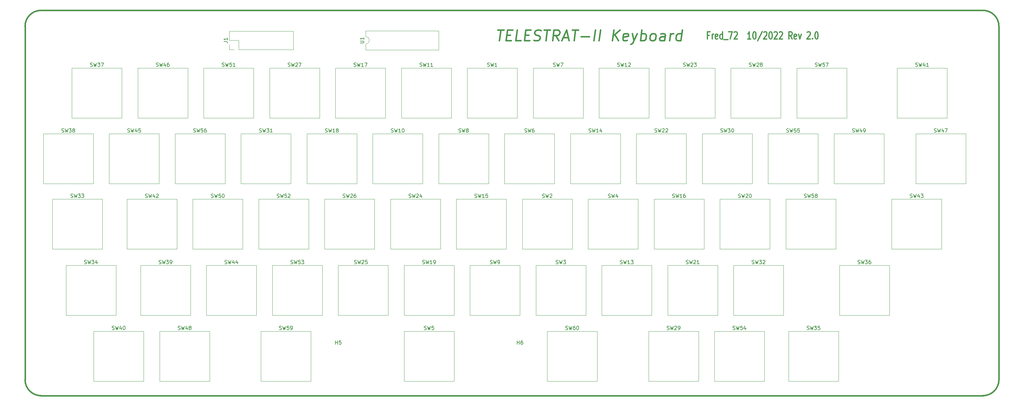
<source format=gto>
G04 #@! TF.GenerationSoftware,KiCad,Pcbnew,(5.1.12)-1*
G04 #@! TF.CreationDate,2023-01-29T13:19:21+01:00*
G04 #@! TF.ProjectId,Keyboard,4b657962-6f61-4726-942e-6b696361645f,rev?*
G04 #@! TF.SameCoordinates,PX5baf6f8PY4eb9cf0*
G04 #@! TF.FileFunction,Legend,Top*
G04 #@! TF.FilePolarity,Positive*
%FSLAX46Y46*%
G04 Gerber Fmt 4.6, Leading zero omitted, Abs format (unit mm)*
G04 Created by KiCad (PCBNEW (5.1.12)-1) date 2023-01-29 13:19:21*
%MOMM*%
%LPD*%
G01*
G04 APERTURE LIST*
%ADD10C,0.304800*%
G04 #@! TA.AperFunction,Profile*
%ADD11C,0.381000*%
G04 #@! TD*
%ADD12C,0.400000*%
%ADD13C,0.120000*%
%ADD14C,0.150000*%
G04 APERTURE END LIST*
D10*
X191207571Y-5061857D02*
X190699571Y-5061857D01*
X190699571Y-6126238D02*
X190699571Y-4094238D01*
X191425285Y-4094238D01*
X192005857Y-6126238D02*
X192005857Y-4771571D01*
X192005857Y-5158619D02*
X192078428Y-4965095D01*
X192151000Y-4868333D01*
X192296142Y-4771571D01*
X192441285Y-4771571D01*
X193529857Y-6029476D02*
X193384714Y-6126238D01*
X193094428Y-6126238D01*
X192949285Y-6029476D01*
X192876714Y-5835952D01*
X192876714Y-5061857D01*
X192949285Y-4868333D01*
X193094428Y-4771571D01*
X193384714Y-4771571D01*
X193529857Y-4868333D01*
X193602428Y-5061857D01*
X193602428Y-5255380D01*
X192876714Y-5448904D01*
X194908714Y-6126238D02*
X194908714Y-4094238D01*
X194908714Y-6029476D02*
X194763571Y-6126238D01*
X194473285Y-6126238D01*
X194328142Y-6029476D01*
X194255571Y-5932714D01*
X194183000Y-5739190D01*
X194183000Y-5158619D01*
X194255571Y-4965095D01*
X194328142Y-4868333D01*
X194473285Y-4771571D01*
X194763571Y-4771571D01*
X194908714Y-4868333D01*
X195271571Y-6319761D02*
X196432714Y-6319761D01*
X196650428Y-4094238D02*
X197666428Y-4094238D01*
X197013285Y-6126238D01*
X198174428Y-4287761D02*
X198247000Y-4191000D01*
X198392142Y-4094238D01*
X198755000Y-4094238D01*
X198900142Y-4191000D01*
X198972714Y-4287761D01*
X199045285Y-4481285D01*
X199045285Y-4674809D01*
X198972714Y-4965095D01*
X198101857Y-6126238D01*
X199045285Y-6126238D01*
X202819000Y-6126238D02*
X201948142Y-6126238D01*
X202383571Y-6126238D02*
X202383571Y-4094238D01*
X202238428Y-4384523D01*
X202093285Y-4578047D01*
X201948142Y-4674809D01*
X203762428Y-4094238D02*
X203907571Y-4094238D01*
X204052714Y-4191000D01*
X204125285Y-4287761D01*
X204197857Y-4481285D01*
X204270428Y-4868333D01*
X204270428Y-5352142D01*
X204197857Y-5739190D01*
X204125285Y-5932714D01*
X204052714Y-6029476D01*
X203907571Y-6126238D01*
X203762428Y-6126238D01*
X203617285Y-6029476D01*
X203544714Y-5932714D01*
X203472142Y-5739190D01*
X203399571Y-5352142D01*
X203399571Y-4868333D01*
X203472142Y-4481285D01*
X203544714Y-4287761D01*
X203617285Y-4191000D01*
X203762428Y-4094238D01*
X206012142Y-3997476D02*
X204705857Y-6610047D01*
X206447571Y-4287761D02*
X206520142Y-4191000D01*
X206665285Y-4094238D01*
X207028142Y-4094238D01*
X207173285Y-4191000D01*
X207245857Y-4287761D01*
X207318428Y-4481285D01*
X207318428Y-4674809D01*
X207245857Y-4965095D01*
X206375000Y-6126238D01*
X207318428Y-6126238D01*
X208261857Y-4094238D02*
X208407000Y-4094238D01*
X208552142Y-4191000D01*
X208624714Y-4287761D01*
X208697285Y-4481285D01*
X208769857Y-4868333D01*
X208769857Y-5352142D01*
X208697285Y-5739190D01*
X208624714Y-5932714D01*
X208552142Y-6029476D01*
X208407000Y-6126238D01*
X208261857Y-6126238D01*
X208116714Y-6029476D01*
X208044142Y-5932714D01*
X207971571Y-5739190D01*
X207899000Y-5352142D01*
X207899000Y-4868333D01*
X207971571Y-4481285D01*
X208044142Y-4287761D01*
X208116714Y-4191000D01*
X208261857Y-4094238D01*
X209350428Y-4287761D02*
X209423000Y-4191000D01*
X209568142Y-4094238D01*
X209931000Y-4094238D01*
X210076142Y-4191000D01*
X210148714Y-4287761D01*
X210221285Y-4481285D01*
X210221285Y-4674809D01*
X210148714Y-4965095D01*
X209277857Y-6126238D01*
X210221285Y-6126238D01*
X210801857Y-4287761D02*
X210874428Y-4191000D01*
X211019571Y-4094238D01*
X211382428Y-4094238D01*
X211527571Y-4191000D01*
X211600142Y-4287761D01*
X211672714Y-4481285D01*
X211672714Y-4674809D01*
X211600142Y-4965095D01*
X210729285Y-6126238D01*
X211672714Y-6126238D01*
X214357857Y-6126238D02*
X213849857Y-5158619D01*
X213487000Y-6126238D02*
X213487000Y-4094238D01*
X214067571Y-4094238D01*
X214212714Y-4191000D01*
X214285285Y-4287761D01*
X214357857Y-4481285D01*
X214357857Y-4771571D01*
X214285285Y-4965095D01*
X214212714Y-5061857D01*
X214067571Y-5158619D01*
X213487000Y-5158619D01*
X215591571Y-6029476D02*
X215446428Y-6126238D01*
X215156142Y-6126238D01*
X215011000Y-6029476D01*
X214938428Y-5835952D01*
X214938428Y-5061857D01*
X215011000Y-4868333D01*
X215156142Y-4771571D01*
X215446428Y-4771571D01*
X215591571Y-4868333D01*
X215664142Y-5061857D01*
X215664142Y-5255380D01*
X214938428Y-5448904D01*
X216172142Y-4771571D02*
X216535000Y-6126238D01*
X216897857Y-4771571D01*
X218567000Y-4287761D02*
X218639571Y-4191000D01*
X218784714Y-4094238D01*
X219147571Y-4094238D01*
X219292714Y-4191000D01*
X219365285Y-4287761D01*
X219437857Y-4481285D01*
X219437857Y-4674809D01*
X219365285Y-4965095D01*
X218494428Y-6126238D01*
X219437857Y-6126238D01*
X220091000Y-5932714D02*
X220163571Y-6029476D01*
X220091000Y-6126238D01*
X220018428Y-6029476D01*
X220091000Y-5932714D01*
X220091000Y-6126238D01*
X221107000Y-4094238D02*
X221252142Y-4094238D01*
X221397285Y-4191000D01*
X221469857Y-4287761D01*
X221542428Y-4481285D01*
X221615000Y-4868333D01*
X221615000Y-5352142D01*
X221542428Y-5739190D01*
X221469857Y-5932714D01*
X221397285Y-6029476D01*
X221252142Y-6126238D01*
X221107000Y-6126238D01*
X220961857Y-6029476D01*
X220889285Y-5932714D01*
X220816714Y-5739190D01*
X220744142Y-5352142D01*
X220744142Y-4868333D01*
X220816714Y-4481285D01*
X220889285Y-4287761D01*
X220961857Y-4191000D01*
X221107000Y-4094238D01*
D11*
X0Y-2540000D02*
G75*
G02*
X4445000Y1905000I4445000J0D01*
G01*
X4445000Y-105918000D02*
G75*
G02*
X0Y-101473000I0J4445000D01*
G01*
X0Y-101473000D02*
X0Y-2540000D01*
X267716000Y-105918000D02*
X4445000Y-105918000D01*
X272161000Y-101473000D02*
X272161000Y-2540000D01*
X4445000Y1905000D02*
X267716000Y1905000D01*
D12*
X132067107Y-3564142D02*
X133781392Y-3564142D01*
X132549250Y-6564142D02*
X132924250Y-3564142D01*
X134602821Y-4992714D02*
X135602821Y-4992714D01*
X135834964Y-6564142D02*
X134406392Y-6564142D01*
X134781392Y-3564142D01*
X136209964Y-3564142D01*
X138549250Y-6564142D02*
X137120678Y-6564142D01*
X137495678Y-3564142D01*
X139745678Y-4992714D02*
X140745678Y-4992714D01*
X140977821Y-6564142D02*
X139549250Y-6564142D01*
X139924250Y-3564142D01*
X141352821Y-3564142D01*
X142138535Y-6421285D02*
X142549250Y-6564142D01*
X143263535Y-6564142D01*
X143567107Y-6421285D01*
X143727821Y-6278428D01*
X143906392Y-5992714D01*
X143942107Y-5707000D01*
X143834964Y-5421285D01*
X143709964Y-5278428D01*
X143442107Y-5135571D01*
X142888535Y-4992714D01*
X142620678Y-4849857D01*
X142495678Y-4707000D01*
X142388535Y-4421285D01*
X142424250Y-4135571D01*
X142602821Y-3849857D01*
X142763535Y-3707000D01*
X143067107Y-3564142D01*
X143781392Y-3564142D01*
X144192107Y-3707000D01*
X145067107Y-3564142D02*
X146781392Y-3564142D01*
X145549250Y-6564142D02*
X145924250Y-3564142D01*
X149120678Y-6564142D02*
X148299250Y-5135571D01*
X147406392Y-6564142D02*
X147781392Y-3564142D01*
X148924250Y-3564142D01*
X149192107Y-3707000D01*
X149317107Y-3849857D01*
X149424250Y-4135571D01*
X149370678Y-4564142D01*
X149192107Y-4849857D01*
X149031392Y-4992714D01*
X148727821Y-5135571D01*
X147584964Y-5135571D01*
X150370678Y-5707000D02*
X151799250Y-5707000D01*
X149977821Y-6564142D02*
X151352821Y-3564142D01*
X151977821Y-6564142D01*
X152924250Y-3564142D02*
X154638535Y-3564142D01*
X153406392Y-6564142D02*
X153781392Y-3564142D01*
X155406392Y-5421285D02*
X157692107Y-5421285D01*
X158977821Y-6564142D02*
X159352821Y-3564142D01*
X160406392Y-6564142D02*
X160781392Y-3564142D01*
X164120678Y-6564142D02*
X164495678Y-3564142D01*
X165834964Y-6564142D02*
X164763535Y-4849857D01*
X166209964Y-3564142D02*
X164281392Y-5278428D01*
X168281392Y-6421285D02*
X167977821Y-6564142D01*
X167406392Y-6564142D01*
X167138535Y-6421285D01*
X167031392Y-6135571D01*
X167174250Y-4992714D01*
X167352821Y-4707000D01*
X167656392Y-4564142D01*
X168227821Y-4564142D01*
X168495678Y-4707000D01*
X168602821Y-4992714D01*
X168567107Y-5278428D01*
X167102821Y-5564142D01*
X169656392Y-4564142D02*
X170120678Y-6564142D01*
X171084964Y-4564142D02*
X170120678Y-6564142D01*
X169745678Y-7278428D01*
X169584964Y-7421285D01*
X169281392Y-7564142D01*
X171977821Y-6564142D02*
X172352821Y-3564142D01*
X172209964Y-4707000D02*
X172513535Y-4564142D01*
X173084964Y-4564142D01*
X173352821Y-4707000D01*
X173477821Y-4849857D01*
X173584964Y-5135571D01*
X173477821Y-5992714D01*
X173299250Y-6278428D01*
X173138535Y-6421285D01*
X172834964Y-6564142D01*
X172263535Y-6564142D01*
X171995678Y-6421285D01*
X175120678Y-6564142D02*
X174852821Y-6421285D01*
X174727821Y-6278428D01*
X174620678Y-5992714D01*
X174727821Y-5135571D01*
X174906392Y-4849857D01*
X175067107Y-4707000D01*
X175370678Y-4564142D01*
X175799250Y-4564142D01*
X176067107Y-4707000D01*
X176192107Y-4849857D01*
X176299250Y-5135571D01*
X176192107Y-5992714D01*
X176013535Y-6278428D01*
X175852821Y-6421285D01*
X175549250Y-6564142D01*
X175120678Y-6564142D01*
X178692107Y-6564142D02*
X178888535Y-4992714D01*
X178781392Y-4707000D01*
X178513535Y-4564142D01*
X177942107Y-4564142D01*
X177638535Y-4707000D01*
X178709964Y-6421285D02*
X178406392Y-6564142D01*
X177692107Y-6564142D01*
X177424250Y-6421285D01*
X177317107Y-6135571D01*
X177352821Y-5849857D01*
X177531392Y-5564142D01*
X177834964Y-5421285D01*
X178549250Y-5421285D01*
X178852821Y-5278428D01*
X180120678Y-6564142D02*
X180370678Y-4564142D01*
X180299250Y-5135571D02*
X180477821Y-4849857D01*
X180638535Y-4707000D01*
X180942107Y-4564142D01*
X181227821Y-4564142D01*
X183263535Y-6564142D02*
X183638535Y-3564142D01*
X183281392Y-6421285D02*
X182977821Y-6564142D01*
X182406392Y-6564142D01*
X182138535Y-6421285D01*
X182013535Y-6278428D01*
X181906392Y-5992714D01*
X182013535Y-5135571D01*
X182192107Y-4849857D01*
X182352821Y-4707000D01*
X182656392Y-4564142D01*
X183227821Y-4564142D01*
X183495678Y-4707000D01*
D11*
X272161000Y-101473000D02*
G75*
G02*
X267716000Y-105918000I-4445000J0D01*
G01*
X267716000Y1905000D02*
G75*
G02*
X272161000Y-2540000I0J-4445000D01*
G01*
D13*
X145923000Y-101854000D02*
X145923000Y-87884000D01*
X159893000Y-101854000D02*
X145923000Y-101854000D01*
X159893000Y-87884000D02*
X159893000Y-101854000D01*
X145923000Y-87884000D02*
X159893000Y-87884000D01*
X65913000Y-101854000D02*
X65913000Y-87884000D01*
X79883000Y-101854000D02*
X65913000Y-101854000D01*
X79883000Y-87884000D02*
X79883000Y-101854000D01*
X65913000Y-87884000D02*
X79883000Y-87884000D01*
X105918000Y-87884000D02*
X119888000Y-87884000D01*
X119888000Y-87884000D02*
X119888000Y-101854000D01*
X119888000Y-101854000D02*
X105918000Y-101854000D01*
X105918000Y-101854000D02*
X105918000Y-87884000D01*
X57090000Y-9077000D02*
X57090000Y-7747000D01*
X58420000Y-9077000D02*
X57090000Y-9077000D01*
X57090000Y-6477000D02*
X57090000Y-3877000D01*
X59690000Y-6477000D02*
X57090000Y-6477000D01*
X59690000Y-9077000D02*
X59690000Y-6477000D01*
X57090000Y-3877000D02*
X74990000Y-3877000D01*
X59690000Y-9077000D02*
X74990000Y-9077000D01*
X74990000Y-9077000D02*
X74990000Y-3877000D01*
X243713000Y-28194000D02*
X243713000Y-14224000D01*
X257683000Y-28194000D02*
X243713000Y-28194000D01*
X257683000Y-14224000D02*
X257683000Y-28194000D01*
X243713000Y-14224000D02*
X257683000Y-14224000D01*
X213360000Y-87884000D02*
X227330000Y-87884000D01*
X227330000Y-87884000D02*
X227330000Y-101854000D01*
X227330000Y-101854000D02*
X213360000Y-101854000D01*
X213360000Y-101854000D02*
X213360000Y-87884000D01*
X11430000Y-69469000D02*
X25400000Y-69469000D01*
X25400000Y-69469000D02*
X25400000Y-83439000D01*
X25400000Y-83439000D02*
X11430000Y-83439000D01*
X11430000Y-83439000D02*
X11430000Y-69469000D01*
X7620000Y-50927000D02*
X21590000Y-50927000D01*
X21590000Y-50927000D02*
X21590000Y-64897000D01*
X21590000Y-64897000D02*
X7620000Y-64897000D01*
X7620000Y-64897000D02*
X7620000Y-50927000D01*
X227584000Y-83439000D02*
X227584000Y-69469000D01*
X241554000Y-83439000D02*
X227584000Y-83439000D01*
X241554000Y-69469000D02*
X241554000Y-83439000D01*
X227584000Y-69469000D02*
X241554000Y-69469000D01*
X242189000Y-64897000D02*
X242189000Y-50927000D01*
X256159000Y-64897000D02*
X242189000Y-64897000D01*
X256159000Y-50927000D02*
X256159000Y-64897000D01*
X242189000Y-50927000D02*
X256159000Y-50927000D01*
X212598000Y-50927000D02*
X226568000Y-50927000D01*
X226568000Y-50927000D02*
X226568000Y-64897000D01*
X226568000Y-64897000D02*
X212598000Y-64897000D01*
X212598000Y-64897000D02*
X212598000Y-50927000D01*
X248920000Y-46609000D02*
X248920000Y-32639000D01*
X262890000Y-46609000D02*
X248920000Y-46609000D01*
X262890000Y-32639000D02*
X262890000Y-46609000D01*
X248920000Y-32639000D02*
X262890000Y-32639000D01*
X215646000Y-14224000D02*
X229616000Y-14224000D01*
X229616000Y-14224000D02*
X229616000Y-28194000D01*
X229616000Y-28194000D02*
X215646000Y-28194000D01*
X215646000Y-28194000D02*
X215646000Y-14224000D01*
X41910000Y-32639000D02*
X55880000Y-32639000D01*
X55880000Y-32639000D02*
X55880000Y-46609000D01*
X55880000Y-46609000D02*
X41910000Y-46609000D01*
X41910000Y-46609000D02*
X41910000Y-32639000D01*
X207645000Y-32639000D02*
X221615000Y-32639000D01*
X221615000Y-32639000D02*
X221615000Y-46609000D01*
X221615000Y-46609000D02*
X207645000Y-46609000D01*
X207645000Y-46609000D02*
X207645000Y-32639000D01*
X192659000Y-87884000D02*
X206629000Y-87884000D01*
X206629000Y-87884000D02*
X206629000Y-101854000D01*
X206629000Y-101854000D02*
X192659000Y-101854000D01*
X192659000Y-101854000D02*
X192659000Y-87884000D01*
X69088000Y-69469000D02*
X83058000Y-69469000D01*
X83058000Y-69469000D02*
X83058000Y-83439000D01*
X83058000Y-83439000D02*
X69088000Y-83439000D01*
X69088000Y-83439000D02*
X69088000Y-69469000D01*
X65278000Y-50927000D02*
X79248000Y-50927000D01*
X79248000Y-50927000D02*
X79248000Y-64897000D01*
X79248000Y-64897000D02*
X65278000Y-64897000D01*
X65278000Y-64897000D02*
X65278000Y-50927000D01*
X49911000Y-14224000D02*
X63881000Y-14224000D01*
X63881000Y-14224000D02*
X63881000Y-28194000D01*
X63881000Y-28194000D02*
X49911000Y-28194000D01*
X49911000Y-28194000D02*
X49911000Y-14224000D01*
X46863000Y-50927000D02*
X60833000Y-50927000D01*
X60833000Y-50927000D02*
X60833000Y-64897000D01*
X60833000Y-64897000D02*
X46863000Y-64897000D01*
X46863000Y-64897000D02*
X46863000Y-50927000D01*
X226060000Y-32639000D02*
X240030000Y-32639000D01*
X240030000Y-32639000D02*
X240030000Y-46609000D01*
X240030000Y-46609000D02*
X226060000Y-46609000D01*
X226060000Y-46609000D02*
X226060000Y-32639000D01*
X37592000Y-87884000D02*
X51562000Y-87884000D01*
X51562000Y-87884000D02*
X51562000Y-101854000D01*
X51562000Y-101854000D02*
X37592000Y-101854000D01*
X37592000Y-101854000D02*
X37592000Y-87884000D01*
X31496000Y-14224000D02*
X45466000Y-14224000D01*
X45466000Y-14224000D02*
X45466000Y-28194000D01*
X45466000Y-28194000D02*
X31496000Y-28194000D01*
X31496000Y-28194000D02*
X31496000Y-14224000D01*
X23495000Y-32639000D02*
X37465000Y-32639000D01*
X37465000Y-32639000D02*
X37465000Y-46609000D01*
X37465000Y-46609000D02*
X23495000Y-46609000D01*
X23495000Y-46609000D02*
X23495000Y-32639000D01*
X50673000Y-69469000D02*
X64643000Y-69469000D01*
X64643000Y-69469000D02*
X64643000Y-83439000D01*
X64643000Y-83439000D02*
X50673000Y-83439000D01*
X50673000Y-83439000D02*
X50673000Y-69469000D01*
X28448000Y-50927000D02*
X42418000Y-50927000D01*
X42418000Y-50927000D02*
X42418000Y-64897000D01*
X42418000Y-64897000D02*
X28448000Y-64897000D01*
X28448000Y-64897000D02*
X28448000Y-50927000D01*
X19177000Y-87884000D02*
X33147000Y-87884000D01*
X33147000Y-87884000D02*
X33147000Y-101854000D01*
X33147000Y-101854000D02*
X19177000Y-101854000D01*
X19177000Y-101854000D02*
X19177000Y-87884000D01*
X32258000Y-69469000D02*
X46228000Y-69469000D01*
X46228000Y-69469000D02*
X46228000Y-83439000D01*
X46228000Y-83439000D02*
X32258000Y-83439000D01*
X32258000Y-83439000D02*
X32258000Y-69469000D01*
X5080000Y-32639000D02*
X19050000Y-32639000D01*
X19050000Y-32639000D02*
X19050000Y-46609000D01*
X19050000Y-46609000D02*
X5080000Y-46609000D01*
X5080000Y-46609000D02*
X5080000Y-32639000D01*
X13081000Y-14224000D02*
X27051000Y-14224000D01*
X27051000Y-14224000D02*
X27051000Y-28194000D01*
X27051000Y-28194000D02*
X13081000Y-28194000D01*
X13081000Y-28194000D02*
X13081000Y-14224000D01*
X197993000Y-69469000D02*
X211963000Y-69469000D01*
X211963000Y-69469000D02*
X211963000Y-83439000D01*
X211963000Y-83439000D02*
X197993000Y-83439000D01*
X197993000Y-83439000D02*
X197993000Y-69469000D01*
X60325000Y-32639000D02*
X74295000Y-32639000D01*
X74295000Y-32639000D02*
X74295000Y-46609000D01*
X74295000Y-46609000D02*
X60325000Y-46609000D01*
X60325000Y-46609000D02*
X60325000Y-32639000D01*
X189230000Y-32639000D02*
X203200000Y-32639000D01*
X203200000Y-32639000D02*
X203200000Y-46609000D01*
X203200000Y-46609000D02*
X189230000Y-46609000D01*
X189230000Y-46609000D02*
X189230000Y-32639000D01*
X174244000Y-87884000D02*
X188214000Y-87884000D01*
X188214000Y-87884000D02*
X188214000Y-101854000D01*
X188214000Y-101854000D02*
X174244000Y-101854000D01*
X174244000Y-101854000D02*
X174244000Y-87884000D01*
X197231000Y-14224000D02*
X211201000Y-14224000D01*
X211201000Y-14224000D02*
X211201000Y-28194000D01*
X211201000Y-28194000D02*
X197231000Y-28194000D01*
X197231000Y-28194000D02*
X197231000Y-14224000D01*
X68326000Y-14224000D02*
X82296000Y-14224000D01*
X82296000Y-14224000D02*
X82296000Y-28194000D01*
X82296000Y-28194000D02*
X68326000Y-28194000D01*
X68326000Y-28194000D02*
X68326000Y-14224000D01*
X83693000Y-50927000D02*
X97663000Y-50927000D01*
X97663000Y-50927000D02*
X97663000Y-64897000D01*
X97663000Y-64897000D02*
X83693000Y-64897000D01*
X83693000Y-64897000D02*
X83693000Y-50927000D01*
X87503000Y-69469000D02*
X101473000Y-69469000D01*
X101473000Y-69469000D02*
X101473000Y-83439000D01*
X101473000Y-83439000D02*
X87503000Y-83439000D01*
X87503000Y-83439000D02*
X87503000Y-69469000D01*
X102108000Y-50927000D02*
X116078000Y-50927000D01*
X116078000Y-50927000D02*
X116078000Y-64897000D01*
X116078000Y-64897000D02*
X102108000Y-64897000D01*
X102108000Y-64897000D02*
X102108000Y-50927000D01*
X178816000Y-14224000D02*
X192786000Y-14224000D01*
X192786000Y-14224000D02*
X192786000Y-28194000D01*
X192786000Y-28194000D02*
X178816000Y-28194000D01*
X178816000Y-28194000D02*
X178816000Y-14224000D01*
X170815000Y-32639000D02*
X184785000Y-32639000D01*
X184785000Y-32639000D02*
X184785000Y-46609000D01*
X184785000Y-46609000D02*
X170815000Y-46609000D01*
X170815000Y-46609000D02*
X170815000Y-32639000D01*
X179578000Y-69469000D02*
X193548000Y-69469000D01*
X193548000Y-69469000D02*
X193548000Y-83439000D01*
X193548000Y-83439000D02*
X179578000Y-83439000D01*
X179578000Y-83439000D02*
X179578000Y-69469000D01*
X194183000Y-50927000D02*
X208153000Y-50927000D01*
X208153000Y-50927000D02*
X208153000Y-64897000D01*
X208153000Y-64897000D02*
X194183000Y-64897000D01*
X194183000Y-64897000D02*
X194183000Y-50927000D01*
X105918000Y-69469000D02*
X119888000Y-69469000D01*
X119888000Y-69469000D02*
X119888000Y-83439000D01*
X119888000Y-83439000D02*
X105918000Y-83439000D01*
X105918000Y-83439000D02*
X105918000Y-69469000D01*
X78740000Y-32639000D02*
X92710000Y-32639000D01*
X92710000Y-32639000D02*
X92710000Y-46609000D01*
X92710000Y-46609000D02*
X78740000Y-46609000D01*
X78740000Y-46609000D02*
X78740000Y-32639000D01*
X86741000Y-14224000D02*
X100711000Y-14224000D01*
X100711000Y-14224000D02*
X100711000Y-28194000D01*
X100711000Y-28194000D02*
X86741000Y-28194000D01*
X86741000Y-28194000D02*
X86741000Y-14224000D01*
X175768000Y-50927000D02*
X189738000Y-50927000D01*
X189738000Y-50927000D02*
X189738000Y-64897000D01*
X189738000Y-64897000D02*
X175768000Y-64897000D01*
X175768000Y-64897000D02*
X175768000Y-50927000D01*
X120523000Y-50927000D02*
X134493000Y-50927000D01*
X134493000Y-50927000D02*
X134493000Y-64897000D01*
X134493000Y-64897000D02*
X120523000Y-64897000D01*
X120523000Y-64897000D02*
X120523000Y-50927000D01*
X152400000Y-32639000D02*
X166370000Y-32639000D01*
X166370000Y-32639000D02*
X166370000Y-46609000D01*
X166370000Y-46609000D02*
X152400000Y-46609000D01*
X152400000Y-46609000D02*
X152400000Y-32639000D01*
X161163000Y-69469000D02*
X175133000Y-69469000D01*
X175133000Y-69469000D02*
X175133000Y-83439000D01*
X175133000Y-83439000D02*
X161163000Y-83439000D01*
X161163000Y-83439000D02*
X161163000Y-69469000D01*
X160401000Y-14224000D02*
X174371000Y-14224000D01*
X174371000Y-14224000D02*
X174371000Y-28194000D01*
X174371000Y-28194000D02*
X160401000Y-28194000D01*
X160401000Y-28194000D02*
X160401000Y-14224000D01*
X105156000Y-14224000D02*
X119126000Y-14224000D01*
X119126000Y-14224000D02*
X119126000Y-28194000D01*
X119126000Y-28194000D02*
X105156000Y-28194000D01*
X105156000Y-28194000D02*
X105156000Y-14224000D01*
X97155000Y-32639000D02*
X111125000Y-32639000D01*
X111125000Y-32639000D02*
X111125000Y-46609000D01*
X111125000Y-46609000D02*
X97155000Y-46609000D01*
X97155000Y-46609000D02*
X97155000Y-32639000D01*
X124333000Y-69469000D02*
X138303000Y-69469000D01*
X138303000Y-69469000D02*
X138303000Y-83439000D01*
X138303000Y-83439000D02*
X124333000Y-83439000D01*
X124333000Y-83439000D02*
X124333000Y-69469000D01*
X115570000Y-32639000D02*
X129540000Y-32639000D01*
X129540000Y-32639000D02*
X129540000Y-46609000D01*
X129540000Y-46609000D02*
X115570000Y-46609000D01*
X115570000Y-46609000D02*
X115570000Y-32639000D01*
X141986000Y-14224000D02*
X155956000Y-14224000D01*
X155956000Y-14224000D02*
X155956000Y-28194000D01*
X155956000Y-28194000D02*
X141986000Y-28194000D01*
X141986000Y-28194000D02*
X141986000Y-14224000D01*
X133985000Y-32639000D02*
X147955000Y-32639000D01*
X147955000Y-32639000D02*
X147955000Y-46609000D01*
X147955000Y-46609000D02*
X133985000Y-46609000D01*
X133985000Y-46609000D02*
X133985000Y-32639000D01*
X157353000Y-50927000D02*
X171323000Y-50927000D01*
X171323000Y-50927000D02*
X171323000Y-64897000D01*
X171323000Y-64897000D02*
X157353000Y-64897000D01*
X157353000Y-64897000D02*
X157353000Y-50927000D01*
X142748000Y-69469000D02*
X156718000Y-69469000D01*
X156718000Y-69469000D02*
X156718000Y-83439000D01*
X156718000Y-83439000D02*
X142748000Y-83439000D01*
X142748000Y-83439000D02*
X142748000Y-69469000D01*
X138938000Y-50927000D02*
X152908000Y-50927000D01*
X152908000Y-50927000D02*
X152908000Y-64897000D01*
X152908000Y-64897000D02*
X138938000Y-64897000D01*
X138938000Y-64897000D02*
X138938000Y-50927000D01*
X123571000Y-14224000D02*
X137541000Y-14224000D01*
X137541000Y-14224000D02*
X137541000Y-28194000D01*
X137541000Y-28194000D02*
X123571000Y-28194000D01*
X123571000Y-28194000D02*
X123571000Y-14224000D01*
X95190000Y-7477000D02*
X95190000Y-9127000D01*
X95190000Y-9127000D02*
X115630000Y-9127000D01*
X115630000Y-9127000D02*
X115630000Y-3827000D01*
X115630000Y-3827000D02*
X95190000Y-3827000D01*
X95190000Y-3827000D02*
X95190000Y-5477000D01*
X95190000Y-5477000D02*
G75*
G02*
X95190000Y-7477000I0J-1000000D01*
G01*
D14*
X151098476Y-87399761D02*
X151241333Y-87447380D01*
X151479428Y-87447380D01*
X151574666Y-87399761D01*
X151622285Y-87352142D01*
X151669904Y-87256904D01*
X151669904Y-87161666D01*
X151622285Y-87066428D01*
X151574666Y-87018809D01*
X151479428Y-86971190D01*
X151288952Y-86923571D01*
X151193714Y-86875952D01*
X151146095Y-86828333D01*
X151098476Y-86733095D01*
X151098476Y-86637857D01*
X151146095Y-86542619D01*
X151193714Y-86495000D01*
X151288952Y-86447380D01*
X151527047Y-86447380D01*
X151669904Y-86495000D01*
X152003238Y-86447380D02*
X152241333Y-87447380D01*
X152431809Y-86733095D01*
X152622285Y-87447380D01*
X152860380Y-86447380D01*
X153669904Y-86447380D02*
X153479428Y-86447380D01*
X153384190Y-86495000D01*
X153336571Y-86542619D01*
X153241333Y-86685476D01*
X153193714Y-86875952D01*
X153193714Y-87256904D01*
X153241333Y-87352142D01*
X153288952Y-87399761D01*
X153384190Y-87447380D01*
X153574666Y-87447380D01*
X153669904Y-87399761D01*
X153717523Y-87352142D01*
X153765142Y-87256904D01*
X153765142Y-87018809D01*
X153717523Y-86923571D01*
X153669904Y-86875952D01*
X153574666Y-86828333D01*
X153384190Y-86828333D01*
X153288952Y-86875952D01*
X153241333Y-86923571D01*
X153193714Y-87018809D01*
X154384190Y-86447380D02*
X154479428Y-86447380D01*
X154574666Y-86495000D01*
X154622285Y-86542619D01*
X154669904Y-86637857D01*
X154717523Y-86828333D01*
X154717523Y-87066428D01*
X154669904Y-87256904D01*
X154622285Y-87352142D01*
X154574666Y-87399761D01*
X154479428Y-87447380D01*
X154384190Y-87447380D01*
X154288952Y-87399761D01*
X154241333Y-87352142D01*
X154193714Y-87256904D01*
X154146095Y-87066428D01*
X154146095Y-86828333D01*
X154193714Y-86637857D01*
X154241333Y-86542619D01*
X154288952Y-86495000D01*
X154384190Y-86447380D01*
X71088476Y-87399761D02*
X71231333Y-87447380D01*
X71469428Y-87447380D01*
X71564666Y-87399761D01*
X71612285Y-87352142D01*
X71659904Y-87256904D01*
X71659904Y-87161666D01*
X71612285Y-87066428D01*
X71564666Y-87018809D01*
X71469428Y-86971190D01*
X71278952Y-86923571D01*
X71183714Y-86875952D01*
X71136095Y-86828333D01*
X71088476Y-86733095D01*
X71088476Y-86637857D01*
X71136095Y-86542619D01*
X71183714Y-86495000D01*
X71278952Y-86447380D01*
X71517047Y-86447380D01*
X71659904Y-86495000D01*
X71993238Y-86447380D02*
X72231333Y-87447380D01*
X72421809Y-86733095D01*
X72612285Y-87447380D01*
X72850380Y-86447380D01*
X73707523Y-86447380D02*
X73231333Y-86447380D01*
X73183714Y-86923571D01*
X73231333Y-86875952D01*
X73326571Y-86828333D01*
X73564666Y-86828333D01*
X73659904Y-86875952D01*
X73707523Y-86923571D01*
X73755142Y-87018809D01*
X73755142Y-87256904D01*
X73707523Y-87352142D01*
X73659904Y-87399761D01*
X73564666Y-87447380D01*
X73326571Y-87447380D01*
X73231333Y-87399761D01*
X73183714Y-87352142D01*
X74231333Y-87447380D02*
X74421809Y-87447380D01*
X74517047Y-87399761D01*
X74564666Y-87352142D01*
X74659904Y-87209285D01*
X74707523Y-87018809D01*
X74707523Y-86637857D01*
X74659904Y-86542619D01*
X74612285Y-86495000D01*
X74517047Y-86447380D01*
X74326571Y-86447380D01*
X74231333Y-86495000D01*
X74183714Y-86542619D01*
X74136095Y-86637857D01*
X74136095Y-86875952D01*
X74183714Y-86971190D01*
X74231333Y-87018809D01*
X74326571Y-87066428D01*
X74517047Y-87066428D01*
X74612285Y-87018809D01*
X74659904Y-86971190D01*
X74707523Y-86875952D01*
X111569666Y-87399761D02*
X111712523Y-87447380D01*
X111950619Y-87447380D01*
X112045857Y-87399761D01*
X112093476Y-87352142D01*
X112141095Y-87256904D01*
X112141095Y-87161666D01*
X112093476Y-87066428D01*
X112045857Y-87018809D01*
X111950619Y-86971190D01*
X111760142Y-86923571D01*
X111664904Y-86875952D01*
X111617285Y-86828333D01*
X111569666Y-86733095D01*
X111569666Y-86637857D01*
X111617285Y-86542619D01*
X111664904Y-86495000D01*
X111760142Y-86447380D01*
X111998238Y-86447380D01*
X112141095Y-86495000D01*
X112474428Y-86447380D02*
X112712523Y-87447380D01*
X112903000Y-86733095D01*
X113093476Y-87447380D01*
X113331571Y-86447380D01*
X114188714Y-86447380D02*
X113712523Y-86447380D01*
X113664904Y-86923571D01*
X113712523Y-86875952D01*
X113807761Y-86828333D01*
X114045857Y-86828333D01*
X114141095Y-86875952D01*
X114188714Y-86923571D01*
X114236333Y-87018809D01*
X114236333Y-87256904D01*
X114188714Y-87352142D01*
X114141095Y-87399761D01*
X114045857Y-87447380D01*
X113807761Y-87447380D01*
X113712523Y-87399761D01*
X113664904Y-87352142D01*
X137541095Y-91521380D02*
X137541095Y-90521380D01*
X137541095Y-90997571D02*
X138112523Y-90997571D01*
X138112523Y-91521380D02*
X138112523Y-90521380D01*
X139017285Y-90521380D02*
X138826809Y-90521380D01*
X138731571Y-90569000D01*
X138683952Y-90616619D01*
X138588714Y-90759476D01*
X138541095Y-90949952D01*
X138541095Y-91330904D01*
X138588714Y-91426142D01*
X138636333Y-91473761D01*
X138731571Y-91521380D01*
X138922047Y-91521380D01*
X139017285Y-91473761D01*
X139064904Y-91426142D01*
X139112523Y-91330904D01*
X139112523Y-91092809D01*
X139064904Y-90997571D01*
X139017285Y-90949952D01*
X138922047Y-90902333D01*
X138731571Y-90902333D01*
X138636333Y-90949952D01*
X138588714Y-90997571D01*
X138541095Y-91092809D01*
X86741095Y-91521380D02*
X86741095Y-90521380D01*
X86741095Y-90997571D02*
X87312523Y-90997571D01*
X87312523Y-91521380D02*
X87312523Y-90521380D01*
X88264904Y-90521380D02*
X87788714Y-90521380D01*
X87741095Y-90997571D01*
X87788714Y-90949952D01*
X87883952Y-90902333D01*
X88122047Y-90902333D01*
X88217285Y-90949952D01*
X88264904Y-90997571D01*
X88312523Y-91092809D01*
X88312523Y-91330904D01*
X88264904Y-91426142D01*
X88217285Y-91473761D01*
X88122047Y-91521380D01*
X87883952Y-91521380D01*
X87788714Y-91473761D01*
X87741095Y-91426142D01*
X55542380Y-6810333D02*
X56256666Y-6810333D01*
X56399523Y-6857952D01*
X56494761Y-6953190D01*
X56542380Y-7096047D01*
X56542380Y-7191285D01*
X56542380Y-5810333D02*
X56542380Y-6381761D01*
X56542380Y-6096047D02*
X55542380Y-6096047D01*
X55685238Y-6191285D01*
X55780476Y-6286523D01*
X55828095Y-6381761D01*
X248888476Y-13739761D02*
X249031333Y-13787380D01*
X249269428Y-13787380D01*
X249364666Y-13739761D01*
X249412285Y-13692142D01*
X249459904Y-13596904D01*
X249459904Y-13501666D01*
X249412285Y-13406428D01*
X249364666Y-13358809D01*
X249269428Y-13311190D01*
X249078952Y-13263571D01*
X248983714Y-13215952D01*
X248936095Y-13168333D01*
X248888476Y-13073095D01*
X248888476Y-12977857D01*
X248936095Y-12882619D01*
X248983714Y-12835000D01*
X249078952Y-12787380D01*
X249317047Y-12787380D01*
X249459904Y-12835000D01*
X249793238Y-12787380D02*
X250031333Y-13787380D01*
X250221809Y-13073095D01*
X250412285Y-13787380D01*
X250650380Y-12787380D01*
X251459904Y-13120714D02*
X251459904Y-13787380D01*
X251221809Y-12739761D02*
X250983714Y-13454047D01*
X251602761Y-13454047D01*
X252507523Y-13787380D02*
X251936095Y-13787380D01*
X252221809Y-13787380D02*
X252221809Y-12787380D01*
X252126571Y-12930238D01*
X252031333Y-13025476D01*
X251936095Y-13073095D01*
X218535476Y-87399761D02*
X218678333Y-87447380D01*
X218916428Y-87447380D01*
X219011666Y-87399761D01*
X219059285Y-87352142D01*
X219106904Y-87256904D01*
X219106904Y-87161666D01*
X219059285Y-87066428D01*
X219011666Y-87018809D01*
X218916428Y-86971190D01*
X218725952Y-86923571D01*
X218630714Y-86875952D01*
X218583095Y-86828333D01*
X218535476Y-86733095D01*
X218535476Y-86637857D01*
X218583095Y-86542619D01*
X218630714Y-86495000D01*
X218725952Y-86447380D01*
X218964047Y-86447380D01*
X219106904Y-86495000D01*
X219440238Y-86447380D02*
X219678333Y-87447380D01*
X219868809Y-86733095D01*
X220059285Y-87447380D01*
X220297380Y-86447380D01*
X220583095Y-86447380D02*
X221202142Y-86447380D01*
X220868809Y-86828333D01*
X221011666Y-86828333D01*
X221106904Y-86875952D01*
X221154523Y-86923571D01*
X221202142Y-87018809D01*
X221202142Y-87256904D01*
X221154523Y-87352142D01*
X221106904Y-87399761D01*
X221011666Y-87447380D01*
X220725952Y-87447380D01*
X220630714Y-87399761D01*
X220583095Y-87352142D01*
X222106904Y-86447380D02*
X221630714Y-86447380D01*
X221583095Y-86923571D01*
X221630714Y-86875952D01*
X221725952Y-86828333D01*
X221964047Y-86828333D01*
X222059285Y-86875952D01*
X222106904Y-86923571D01*
X222154523Y-87018809D01*
X222154523Y-87256904D01*
X222106904Y-87352142D01*
X222059285Y-87399761D01*
X221964047Y-87447380D01*
X221725952Y-87447380D01*
X221630714Y-87399761D01*
X221583095Y-87352142D01*
X16605476Y-68984761D02*
X16748333Y-69032380D01*
X16986428Y-69032380D01*
X17081666Y-68984761D01*
X17129285Y-68937142D01*
X17176904Y-68841904D01*
X17176904Y-68746666D01*
X17129285Y-68651428D01*
X17081666Y-68603809D01*
X16986428Y-68556190D01*
X16795952Y-68508571D01*
X16700714Y-68460952D01*
X16653095Y-68413333D01*
X16605476Y-68318095D01*
X16605476Y-68222857D01*
X16653095Y-68127619D01*
X16700714Y-68080000D01*
X16795952Y-68032380D01*
X17034047Y-68032380D01*
X17176904Y-68080000D01*
X17510238Y-68032380D02*
X17748333Y-69032380D01*
X17938809Y-68318095D01*
X18129285Y-69032380D01*
X18367380Y-68032380D01*
X18653095Y-68032380D02*
X19272142Y-68032380D01*
X18938809Y-68413333D01*
X19081666Y-68413333D01*
X19176904Y-68460952D01*
X19224523Y-68508571D01*
X19272142Y-68603809D01*
X19272142Y-68841904D01*
X19224523Y-68937142D01*
X19176904Y-68984761D01*
X19081666Y-69032380D01*
X18795952Y-69032380D01*
X18700714Y-68984761D01*
X18653095Y-68937142D01*
X20129285Y-68365714D02*
X20129285Y-69032380D01*
X19891190Y-67984761D02*
X19653095Y-68699047D01*
X20272142Y-68699047D01*
X12795476Y-50442761D02*
X12938333Y-50490380D01*
X13176428Y-50490380D01*
X13271666Y-50442761D01*
X13319285Y-50395142D01*
X13366904Y-50299904D01*
X13366904Y-50204666D01*
X13319285Y-50109428D01*
X13271666Y-50061809D01*
X13176428Y-50014190D01*
X12985952Y-49966571D01*
X12890714Y-49918952D01*
X12843095Y-49871333D01*
X12795476Y-49776095D01*
X12795476Y-49680857D01*
X12843095Y-49585619D01*
X12890714Y-49538000D01*
X12985952Y-49490380D01*
X13224047Y-49490380D01*
X13366904Y-49538000D01*
X13700238Y-49490380D02*
X13938333Y-50490380D01*
X14128809Y-49776095D01*
X14319285Y-50490380D01*
X14557380Y-49490380D01*
X14843095Y-49490380D02*
X15462142Y-49490380D01*
X15128809Y-49871333D01*
X15271666Y-49871333D01*
X15366904Y-49918952D01*
X15414523Y-49966571D01*
X15462142Y-50061809D01*
X15462142Y-50299904D01*
X15414523Y-50395142D01*
X15366904Y-50442761D01*
X15271666Y-50490380D01*
X14985952Y-50490380D01*
X14890714Y-50442761D01*
X14843095Y-50395142D01*
X15795476Y-49490380D02*
X16414523Y-49490380D01*
X16081190Y-49871333D01*
X16224047Y-49871333D01*
X16319285Y-49918952D01*
X16366904Y-49966571D01*
X16414523Y-50061809D01*
X16414523Y-50299904D01*
X16366904Y-50395142D01*
X16319285Y-50442761D01*
X16224047Y-50490380D01*
X15938333Y-50490380D01*
X15843095Y-50442761D01*
X15795476Y-50395142D01*
X232759476Y-68984761D02*
X232902333Y-69032380D01*
X233140428Y-69032380D01*
X233235666Y-68984761D01*
X233283285Y-68937142D01*
X233330904Y-68841904D01*
X233330904Y-68746666D01*
X233283285Y-68651428D01*
X233235666Y-68603809D01*
X233140428Y-68556190D01*
X232949952Y-68508571D01*
X232854714Y-68460952D01*
X232807095Y-68413333D01*
X232759476Y-68318095D01*
X232759476Y-68222857D01*
X232807095Y-68127619D01*
X232854714Y-68080000D01*
X232949952Y-68032380D01*
X233188047Y-68032380D01*
X233330904Y-68080000D01*
X233664238Y-68032380D02*
X233902333Y-69032380D01*
X234092809Y-68318095D01*
X234283285Y-69032380D01*
X234521380Y-68032380D01*
X234807095Y-68032380D02*
X235426142Y-68032380D01*
X235092809Y-68413333D01*
X235235666Y-68413333D01*
X235330904Y-68460952D01*
X235378523Y-68508571D01*
X235426142Y-68603809D01*
X235426142Y-68841904D01*
X235378523Y-68937142D01*
X235330904Y-68984761D01*
X235235666Y-69032380D01*
X234949952Y-69032380D01*
X234854714Y-68984761D01*
X234807095Y-68937142D01*
X236283285Y-68032380D02*
X236092809Y-68032380D01*
X235997571Y-68080000D01*
X235949952Y-68127619D01*
X235854714Y-68270476D01*
X235807095Y-68460952D01*
X235807095Y-68841904D01*
X235854714Y-68937142D01*
X235902333Y-68984761D01*
X235997571Y-69032380D01*
X236188047Y-69032380D01*
X236283285Y-68984761D01*
X236330904Y-68937142D01*
X236378523Y-68841904D01*
X236378523Y-68603809D01*
X236330904Y-68508571D01*
X236283285Y-68460952D01*
X236188047Y-68413333D01*
X235997571Y-68413333D01*
X235902333Y-68460952D01*
X235854714Y-68508571D01*
X235807095Y-68603809D01*
X247364476Y-50442761D02*
X247507333Y-50490380D01*
X247745428Y-50490380D01*
X247840666Y-50442761D01*
X247888285Y-50395142D01*
X247935904Y-50299904D01*
X247935904Y-50204666D01*
X247888285Y-50109428D01*
X247840666Y-50061809D01*
X247745428Y-50014190D01*
X247554952Y-49966571D01*
X247459714Y-49918952D01*
X247412095Y-49871333D01*
X247364476Y-49776095D01*
X247364476Y-49680857D01*
X247412095Y-49585619D01*
X247459714Y-49538000D01*
X247554952Y-49490380D01*
X247793047Y-49490380D01*
X247935904Y-49538000D01*
X248269238Y-49490380D02*
X248507333Y-50490380D01*
X248697809Y-49776095D01*
X248888285Y-50490380D01*
X249126380Y-49490380D01*
X249935904Y-49823714D02*
X249935904Y-50490380D01*
X249697809Y-49442761D02*
X249459714Y-50157047D01*
X250078761Y-50157047D01*
X250364476Y-49490380D02*
X250983523Y-49490380D01*
X250650190Y-49871333D01*
X250793047Y-49871333D01*
X250888285Y-49918952D01*
X250935904Y-49966571D01*
X250983523Y-50061809D01*
X250983523Y-50299904D01*
X250935904Y-50395142D01*
X250888285Y-50442761D01*
X250793047Y-50490380D01*
X250507333Y-50490380D01*
X250412095Y-50442761D01*
X250364476Y-50395142D01*
X217773476Y-50442761D02*
X217916333Y-50490380D01*
X218154428Y-50490380D01*
X218249666Y-50442761D01*
X218297285Y-50395142D01*
X218344904Y-50299904D01*
X218344904Y-50204666D01*
X218297285Y-50109428D01*
X218249666Y-50061809D01*
X218154428Y-50014190D01*
X217963952Y-49966571D01*
X217868714Y-49918952D01*
X217821095Y-49871333D01*
X217773476Y-49776095D01*
X217773476Y-49680857D01*
X217821095Y-49585619D01*
X217868714Y-49538000D01*
X217963952Y-49490380D01*
X218202047Y-49490380D01*
X218344904Y-49538000D01*
X218678238Y-49490380D02*
X218916333Y-50490380D01*
X219106809Y-49776095D01*
X219297285Y-50490380D01*
X219535380Y-49490380D01*
X220392523Y-49490380D02*
X219916333Y-49490380D01*
X219868714Y-49966571D01*
X219916333Y-49918952D01*
X220011571Y-49871333D01*
X220249666Y-49871333D01*
X220344904Y-49918952D01*
X220392523Y-49966571D01*
X220440142Y-50061809D01*
X220440142Y-50299904D01*
X220392523Y-50395142D01*
X220344904Y-50442761D01*
X220249666Y-50490380D01*
X220011571Y-50490380D01*
X219916333Y-50442761D01*
X219868714Y-50395142D01*
X221011571Y-49918952D02*
X220916333Y-49871333D01*
X220868714Y-49823714D01*
X220821095Y-49728476D01*
X220821095Y-49680857D01*
X220868714Y-49585619D01*
X220916333Y-49538000D01*
X221011571Y-49490380D01*
X221202047Y-49490380D01*
X221297285Y-49538000D01*
X221344904Y-49585619D01*
X221392523Y-49680857D01*
X221392523Y-49728476D01*
X221344904Y-49823714D01*
X221297285Y-49871333D01*
X221202047Y-49918952D01*
X221011571Y-49918952D01*
X220916333Y-49966571D01*
X220868714Y-50014190D01*
X220821095Y-50109428D01*
X220821095Y-50299904D01*
X220868714Y-50395142D01*
X220916333Y-50442761D01*
X221011571Y-50490380D01*
X221202047Y-50490380D01*
X221297285Y-50442761D01*
X221344904Y-50395142D01*
X221392523Y-50299904D01*
X221392523Y-50109428D01*
X221344904Y-50014190D01*
X221297285Y-49966571D01*
X221202047Y-49918952D01*
X254095476Y-32154761D02*
X254238333Y-32202380D01*
X254476428Y-32202380D01*
X254571666Y-32154761D01*
X254619285Y-32107142D01*
X254666904Y-32011904D01*
X254666904Y-31916666D01*
X254619285Y-31821428D01*
X254571666Y-31773809D01*
X254476428Y-31726190D01*
X254285952Y-31678571D01*
X254190714Y-31630952D01*
X254143095Y-31583333D01*
X254095476Y-31488095D01*
X254095476Y-31392857D01*
X254143095Y-31297619D01*
X254190714Y-31250000D01*
X254285952Y-31202380D01*
X254524047Y-31202380D01*
X254666904Y-31250000D01*
X255000238Y-31202380D02*
X255238333Y-32202380D01*
X255428809Y-31488095D01*
X255619285Y-32202380D01*
X255857380Y-31202380D01*
X256666904Y-31535714D02*
X256666904Y-32202380D01*
X256428809Y-31154761D02*
X256190714Y-31869047D01*
X256809761Y-31869047D01*
X257095476Y-31202380D02*
X257762142Y-31202380D01*
X257333571Y-32202380D01*
X220821476Y-13739761D02*
X220964333Y-13787380D01*
X221202428Y-13787380D01*
X221297666Y-13739761D01*
X221345285Y-13692142D01*
X221392904Y-13596904D01*
X221392904Y-13501666D01*
X221345285Y-13406428D01*
X221297666Y-13358809D01*
X221202428Y-13311190D01*
X221011952Y-13263571D01*
X220916714Y-13215952D01*
X220869095Y-13168333D01*
X220821476Y-13073095D01*
X220821476Y-12977857D01*
X220869095Y-12882619D01*
X220916714Y-12835000D01*
X221011952Y-12787380D01*
X221250047Y-12787380D01*
X221392904Y-12835000D01*
X221726238Y-12787380D02*
X221964333Y-13787380D01*
X222154809Y-13073095D01*
X222345285Y-13787380D01*
X222583380Y-12787380D01*
X223440523Y-12787380D02*
X222964333Y-12787380D01*
X222916714Y-13263571D01*
X222964333Y-13215952D01*
X223059571Y-13168333D01*
X223297666Y-13168333D01*
X223392904Y-13215952D01*
X223440523Y-13263571D01*
X223488142Y-13358809D01*
X223488142Y-13596904D01*
X223440523Y-13692142D01*
X223392904Y-13739761D01*
X223297666Y-13787380D01*
X223059571Y-13787380D01*
X222964333Y-13739761D01*
X222916714Y-13692142D01*
X223821476Y-12787380D02*
X224488142Y-12787380D01*
X224059571Y-13787380D01*
X47085476Y-32154761D02*
X47228333Y-32202380D01*
X47466428Y-32202380D01*
X47561666Y-32154761D01*
X47609285Y-32107142D01*
X47656904Y-32011904D01*
X47656904Y-31916666D01*
X47609285Y-31821428D01*
X47561666Y-31773809D01*
X47466428Y-31726190D01*
X47275952Y-31678571D01*
X47180714Y-31630952D01*
X47133095Y-31583333D01*
X47085476Y-31488095D01*
X47085476Y-31392857D01*
X47133095Y-31297619D01*
X47180714Y-31250000D01*
X47275952Y-31202380D01*
X47514047Y-31202380D01*
X47656904Y-31250000D01*
X47990238Y-31202380D02*
X48228333Y-32202380D01*
X48418809Y-31488095D01*
X48609285Y-32202380D01*
X48847380Y-31202380D01*
X49704523Y-31202380D02*
X49228333Y-31202380D01*
X49180714Y-31678571D01*
X49228333Y-31630952D01*
X49323571Y-31583333D01*
X49561666Y-31583333D01*
X49656904Y-31630952D01*
X49704523Y-31678571D01*
X49752142Y-31773809D01*
X49752142Y-32011904D01*
X49704523Y-32107142D01*
X49656904Y-32154761D01*
X49561666Y-32202380D01*
X49323571Y-32202380D01*
X49228333Y-32154761D01*
X49180714Y-32107142D01*
X50609285Y-31202380D02*
X50418809Y-31202380D01*
X50323571Y-31250000D01*
X50275952Y-31297619D01*
X50180714Y-31440476D01*
X50133095Y-31630952D01*
X50133095Y-32011904D01*
X50180714Y-32107142D01*
X50228333Y-32154761D01*
X50323571Y-32202380D01*
X50514047Y-32202380D01*
X50609285Y-32154761D01*
X50656904Y-32107142D01*
X50704523Y-32011904D01*
X50704523Y-31773809D01*
X50656904Y-31678571D01*
X50609285Y-31630952D01*
X50514047Y-31583333D01*
X50323571Y-31583333D01*
X50228333Y-31630952D01*
X50180714Y-31678571D01*
X50133095Y-31773809D01*
X212820476Y-32154761D02*
X212963333Y-32202380D01*
X213201428Y-32202380D01*
X213296666Y-32154761D01*
X213344285Y-32107142D01*
X213391904Y-32011904D01*
X213391904Y-31916666D01*
X213344285Y-31821428D01*
X213296666Y-31773809D01*
X213201428Y-31726190D01*
X213010952Y-31678571D01*
X212915714Y-31630952D01*
X212868095Y-31583333D01*
X212820476Y-31488095D01*
X212820476Y-31392857D01*
X212868095Y-31297619D01*
X212915714Y-31250000D01*
X213010952Y-31202380D01*
X213249047Y-31202380D01*
X213391904Y-31250000D01*
X213725238Y-31202380D02*
X213963333Y-32202380D01*
X214153809Y-31488095D01*
X214344285Y-32202380D01*
X214582380Y-31202380D01*
X215439523Y-31202380D02*
X214963333Y-31202380D01*
X214915714Y-31678571D01*
X214963333Y-31630952D01*
X215058571Y-31583333D01*
X215296666Y-31583333D01*
X215391904Y-31630952D01*
X215439523Y-31678571D01*
X215487142Y-31773809D01*
X215487142Y-32011904D01*
X215439523Y-32107142D01*
X215391904Y-32154761D01*
X215296666Y-32202380D01*
X215058571Y-32202380D01*
X214963333Y-32154761D01*
X214915714Y-32107142D01*
X216391904Y-31202380D02*
X215915714Y-31202380D01*
X215868095Y-31678571D01*
X215915714Y-31630952D01*
X216010952Y-31583333D01*
X216249047Y-31583333D01*
X216344285Y-31630952D01*
X216391904Y-31678571D01*
X216439523Y-31773809D01*
X216439523Y-32011904D01*
X216391904Y-32107142D01*
X216344285Y-32154761D01*
X216249047Y-32202380D01*
X216010952Y-32202380D01*
X215915714Y-32154761D01*
X215868095Y-32107142D01*
X197834476Y-87399761D02*
X197977333Y-87447380D01*
X198215428Y-87447380D01*
X198310666Y-87399761D01*
X198358285Y-87352142D01*
X198405904Y-87256904D01*
X198405904Y-87161666D01*
X198358285Y-87066428D01*
X198310666Y-87018809D01*
X198215428Y-86971190D01*
X198024952Y-86923571D01*
X197929714Y-86875952D01*
X197882095Y-86828333D01*
X197834476Y-86733095D01*
X197834476Y-86637857D01*
X197882095Y-86542619D01*
X197929714Y-86495000D01*
X198024952Y-86447380D01*
X198263047Y-86447380D01*
X198405904Y-86495000D01*
X198739238Y-86447380D02*
X198977333Y-87447380D01*
X199167809Y-86733095D01*
X199358285Y-87447380D01*
X199596380Y-86447380D01*
X200453523Y-86447380D02*
X199977333Y-86447380D01*
X199929714Y-86923571D01*
X199977333Y-86875952D01*
X200072571Y-86828333D01*
X200310666Y-86828333D01*
X200405904Y-86875952D01*
X200453523Y-86923571D01*
X200501142Y-87018809D01*
X200501142Y-87256904D01*
X200453523Y-87352142D01*
X200405904Y-87399761D01*
X200310666Y-87447380D01*
X200072571Y-87447380D01*
X199977333Y-87399761D01*
X199929714Y-87352142D01*
X201358285Y-86780714D02*
X201358285Y-87447380D01*
X201120190Y-86399761D02*
X200882095Y-87114047D01*
X201501142Y-87114047D01*
X74263476Y-68984761D02*
X74406333Y-69032380D01*
X74644428Y-69032380D01*
X74739666Y-68984761D01*
X74787285Y-68937142D01*
X74834904Y-68841904D01*
X74834904Y-68746666D01*
X74787285Y-68651428D01*
X74739666Y-68603809D01*
X74644428Y-68556190D01*
X74453952Y-68508571D01*
X74358714Y-68460952D01*
X74311095Y-68413333D01*
X74263476Y-68318095D01*
X74263476Y-68222857D01*
X74311095Y-68127619D01*
X74358714Y-68080000D01*
X74453952Y-68032380D01*
X74692047Y-68032380D01*
X74834904Y-68080000D01*
X75168238Y-68032380D02*
X75406333Y-69032380D01*
X75596809Y-68318095D01*
X75787285Y-69032380D01*
X76025380Y-68032380D01*
X76882523Y-68032380D02*
X76406333Y-68032380D01*
X76358714Y-68508571D01*
X76406333Y-68460952D01*
X76501571Y-68413333D01*
X76739666Y-68413333D01*
X76834904Y-68460952D01*
X76882523Y-68508571D01*
X76930142Y-68603809D01*
X76930142Y-68841904D01*
X76882523Y-68937142D01*
X76834904Y-68984761D01*
X76739666Y-69032380D01*
X76501571Y-69032380D01*
X76406333Y-68984761D01*
X76358714Y-68937142D01*
X77263476Y-68032380D02*
X77882523Y-68032380D01*
X77549190Y-68413333D01*
X77692047Y-68413333D01*
X77787285Y-68460952D01*
X77834904Y-68508571D01*
X77882523Y-68603809D01*
X77882523Y-68841904D01*
X77834904Y-68937142D01*
X77787285Y-68984761D01*
X77692047Y-69032380D01*
X77406333Y-69032380D01*
X77311095Y-68984761D01*
X77263476Y-68937142D01*
X70453476Y-50442761D02*
X70596333Y-50490380D01*
X70834428Y-50490380D01*
X70929666Y-50442761D01*
X70977285Y-50395142D01*
X71024904Y-50299904D01*
X71024904Y-50204666D01*
X70977285Y-50109428D01*
X70929666Y-50061809D01*
X70834428Y-50014190D01*
X70643952Y-49966571D01*
X70548714Y-49918952D01*
X70501095Y-49871333D01*
X70453476Y-49776095D01*
X70453476Y-49680857D01*
X70501095Y-49585619D01*
X70548714Y-49538000D01*
X70643952Y-49490380D01*
X70882047Y-49490380D01*
X71024904Y-49538000D01*
X71358238Y-49490380D02*
X71596333Y-50490380D01*
X71786809Y-49776095D01*
X71977285Y-50490380D01*
X72215380Y-49490380D01*
X73072523Y-49490380D02*
X72596333Y-49490380D01*
X72548714Y-49966571D01*
X72596333Y-49918952D01*
X72691571Y-49871333D01*
X72929666Y-49871333D01*
X73024904Y-49918952D01*
X73072523Y-49966571D01*
X73120142Y-50061809D01*
X73120142Y-50299904D01*
X73072523Y-50395142D01*
X73024904Y-50442761D01*
X72929666Y-50490380D01*
X72691571Y-50490380D01*
X72596333Y-50442761D01*
X72548714Y-50395142D01*
X73501095Y-49585619D02*
X73548714Y-49538000D01*
X73643952Y-49490380D01*
X73882047Y-49490380D01*
X73977285Y-49538000D01*
X74024904Y-49585619D01*
X74072523Y-49680857D01*
X74072523Y-49776095D01*
X74024904Y-49918952D01*
X73453476Y-50490380D01*
X74072523Y-50490380D01*
X55086476Y-13739761D02*
X55229333Y-13787380D01*
X55467428Y-13787380D01*
X55562666Y-13739761D01*
X55610285Y-13692142D01*
X55657904Y-13596904D01*
X55657904Y-13501666D01*
X55610285Y-13406428D01*
X55562666Y-13358809D01*
X55467428Y-13311190D01*
X55276952Y-13263571D01*
X55181714Y-13215952D01*
X55134095Y-13168333D01*
X55086476Y-13073095D01*
X55086476Y-12977857D01*
X55134095Y-12882619D01*
X55181714Y-12835000D01*
X55276952Y-12787380D01*
X55515047Y-12787380D01*
X55657904Y-12835000D01*
X55991238Y-12787380D02*
X56229333Y-13787380D01*
X56419809Y-13073095D01*
X56610285Y-13787380D01*
X56848380Y-12787380D01*
X57705523Y-12787380D02*
X57229333Y-12787380D01*
X57181714Y-13263571D01*
X57229333Y-13215952D01*
X57324571Y-13168333D01*
X57562666Y-13168333D01*
X57657904Y-13215952D01*
X57705523Y-13263571D01*
X57753142Y-13358809D01*
X57753142Y-13596904D01*
X57705523Y-13692142D01*
X57657904Y-13739761D01*
X57562666Y-13787380D01*
X57324571Y-13787380D01*
X57229333Y-13739761D01*
X57181714Y-13692142D01*
X58705523Y-13787380D02*
X58134095Y-13787380D01*
X58419809Y-13787380D02*
X58419809Y-12787380D01*
X58324571Y-12930238D01*
X58229333Y-13025476D01*
X58134095Y-13073095D01*
X52038476Y-50442761D02*
X52181333Y-50490380D01*
X52419428Y-50490380D01*
X52514666Y-50442761D01*
X52562285Y-50395142D01*
X52609904Y-50299904D01*
X52609904Y-50204666D01*
X52562285Y-50109428D01*
X52514666Y-50061809D01*
X52419428Y-50014190D01*
X52228952Y-49966571D01*
X52133714Y-49918952D01*
X52086095Y-49871333D01*
X52038476Y-49776095D01*
X52038476Y-49680857D01*
X52086095Y-49585619D01*
X52133714Y-49538000D01*
X52228952Y-49490380D01*
X52467047Y-49490380D01*
X52609904Y-49538000D01*
X52943238Y-49490380D02*
X53181333Y-50490380D01*
X53371809Y-49776095D01*
X53562285Y-50490380D01*
X53800380Y-49490380D01*
X54657523Y-49490380D02*
X54181333Y-49490380D01*
X54133714Y-49966571D01*
X54181333Y-49918952D01*
X54276571Y-49871333D01*
X54514666Y-49871333D01*
X54609904Y-49918952D01*
X54657523Y-49966571D01*
X54705142Y-50061809D01*
X54705142Y-50299904D01*
X54657523Y-50395142D01*
X54609904Y-50442761D01*
X54514666Y-50490380D01*
X54276571Y-50490380D01*
X54181333Y-50442761D01*
X54133714Y-50395142D01*
X55324190Y-49490380D02*
X55419428Y-49490380D01*
X55514666Y-49538000D01*
X55562285Y-49585619D01*
X55609904Y-49680857D01*
X55657523Y-49871333D01*
X55657523Y-50109428D01*
X55609904Y-50299904D01*
X55562285Y-50395142D01*
X55514666Y-50442761D01*
X55419428Y-50490380D01*
X55324190Y-50490380D01*
X55228952Y-50442761D01*
X55181333Y-50395142D01*
X55133714Y-50299904D01*
X55086095Y-50109428D01*
X55086095Y-49871333D01*
X55133714Y-49680857D01*
X55181333Y-49585619D01*
X55228952Y-49538000D01*
X55324190Y-49490380D01*
X231235476Y-32154761D02*
X231378333Y-32202380D01*
X231616428Y-32202380D01*
X231711666Y-32154761D01*
X231759285Y-32107142D01*
X231806904Y-32011904D01*
X231806904Y-31916666D01*
X231759285Y-31821428D01*
X231711666Y-31773809D01*
X231616428Y-31726190D01*
X231425952Y-31678571D01*
X231330714Y-31630952D01*
X231283095Y-31583333D01*
X231235476Y-31488095D01*
X231235476Y-31392857D01*
X231283095Y-31297619D01*
X231330714Y-31250000D01*
X231425952Y-31202380D01*
X231664047Y-31202380D01*
X231806904Y-31250000D01*
X232140238Y-31202380D02*
X232378333Y-32202380D01*
X232568809Y-31488095D01*
X232759285Y-32202380D01*
X232997380Y-31202380D01*
X233806904Y-31535714D02*
X233806904Y-32202380D01*
X233568809Y-31154761D02*
X233330714Y-31869047D01*
X233949761Y-31869047D01*
X234378333Y-32202380D02*
X234568809Y-32202380D01*
X234664047Y-32154761D01*
X234711666Y-32107142D01*
X234806904Y-31964285D01*
X234854523Y-31773809D01*
X234854523Y-31392857D01*
X234806904Y-31297619D01*
X234759285Y-31250000D01*
X234664047Y-31202380D01*
X234473571Y-31202380D01*
X234378333Y-31250000D01*
X234330714Y-31297619D01*
X234283095Y-31392857D01*
X234283095Y-31630952D01*
X234330714Y-31726190D01*
X234378333Y-31773809D01*
X234473571Y-31821428D01*
X234664047Y-31821428D01*
X234759285Y-31773809D01*
X234806904Y-31726190D01*
X234854523Y-31630952D01*
X42767476Y-87399761D02*
X42910333Y-87447380D01*
X43148428Y-87447380D01*
X43243666Y-87399761D01*
X43291285Y-87352142D01*
X43338904Y-87256904D01*
X43338904Y-87161666D01*
X43291285Y-87066428D01*
X43243666Y-87018809D01*
X43148428Y-86971190D01*
X42957952Y-86923571D01*
X42862714Y-86875952D01*
X42815095Y-86828333D01*
X42767476Y-86733095D01*
X42767476Y-86637857D01*
X42815095Y-86542619D01*
X42862714Y-86495000D01*
X42957952Y-86447380D01*
X43196047Y-86447380D01*
X43338904Y-86495000D01*
X43672238Y-86447380D02*
X43910333Y-87447380D01*
X44100809Y-86733095D01*
X44291285Y-87447380D01*
X44529380Y-86447380D01*
X45338904Y-86780714D02*
X45338904Y-87447380D01*
X45100809Y-86399761D02*
X44862714Y-87114047D01*
X45481761Y-87114047D01*
X46005571Y-86875952D02*
X45910333Y-86828333D01*
X45862714Y-86780714D01*
X45815095Y-86685476D01*
X45815095Y-86637857D01*
X45862714Y-86542619D01*
X45910333Y-86495000D01*
X46005571Y-86447380D01*
X46196047Y-86447380D01*
X46291285Y-86495000D01*
X46338904Y-86542619D01*
X46386523Y-86637857D01*
X46386523Y-86685476D01*
X46338904Y-86780714D01*
X46291285Y-86828333D01*
X46196047Y-86875952D01*
X46005571Y-86875952D01*
X45910333Y-86923571D01*
X45862714Y-86971190D01*
X45815095Y-87066428D01*
X45815095Y-87256904D01*
X45862714Y-87352142D01*
X45910333Y-87399761D01*
X46005571Y-87447380D01*
X46196047Y-87447380D01*
X46291285Y-87399761D01*
X46338904Y-87352142D01*
X46386523Y-87256904D01*
X46386523Y-87066428D01*
X46338904Y-86971190D01*
X46291285Y-86923571D01*
X46196047Y-86875952D01*
X36671476Y-13739761D02*
X36814333Y-13787380D01*
X37052428Y-13787380D01*
X37147666Y-13739761D01*
X37195285Y-13692142D01*
X37242904Y-13596904D01*
X37242904Y-13501666D01*
X37195285Y-13406428D01*
X37147666Y-13358809D01*
X37052428Y-13311190D01*
X36861952Y-13263571D01*
X36766714Y-13215952D01*
X36719095Y-13168333D01*
X36671476Y-13073095D01*
X36671476Y-12977857D01*
X36719095Y-12882619D01*
X36766714Y-12835000D01*
X36861952Y-12787380D01*
X37100047Y-12787380D01*
X37242904Y-12835000D01*
X37576238Y-12787380D02*
X37814333Y-13787380D01*
X38004809Y-13073095D01*
X38195285Y-13787380D01*
X38433380Y-12787380D01*
X39242904Y-13120714D02*
X39242904Y-13787380D01*
X39004809Y-12739761D02*
X38766714Y-13454047D01*
X39385761Y-13454047D01*
X40195285Y-12787380D02*
X40004809Y-12787380D01*
X39909571Y-12835000D01*
X39861952Y-12882619D01*
X39766714Y-13025476D01*
X39719095Y-13215952D01*
X39719095Y-13596904D01*
X39766714Y-13692142D01*
X39814333Y-13739761D01*
X39909571Y-13787380D01*
X40100047Y-13787380D01*
X40195285Y-13739761D01*
X40242904Y-13692142D01*
X40290523Y-13596904D01*
X40290523Y-13358809D01*
X40242904Y-13263571D01*
X40195285Y-13215952D01*
X40100047Y-13168333D01*
X39909571Y-13168333D01*
X39814333Y-13215952D01*
X39766714Y-13263571D01*
X39719095Y-13358809D01*
X28670476Y-32154761D02*
X28813333Y-32202380D01*
X29051428Y-32202380D01*
X29146666Y-32154761D01*
X29194285Y-32107142D01*
X29241904Y-32011904D01*
X29241904Y-31916666D01*
X29194285Y-31821428D01*
X29146666Y-31773809D01*
X29051428Y-31726190D01*
X28860952Y-31678571D01*
X28765714Y-31630952D01*
X28718095Y-31583333D01*
X28670476Y-31488095D01*
X28670476Y-31392857D01*
X28718095Y-31297619D01*
X28765714Y-31250000D01*
X28860952Y-31202380D01*
X29099047Y-31202380D01*
X29241904Y-31250000D01*
X29575238Y-31202380D02*
X29813333Y-32202380D01*
X30003809Y-31488095D01*
X30194285Y-32202380D01*
X30432380Y-31202380D01*
X31241904Y-31535714D02*
X31241904Y-32202380D01*
X31003809Y-31154761D02*
X30765714Y-31869047D01*
X31384761Y-31869047D01*
X32241904Y-31202380D02*
X31765714Y-31202380D01*
X31718095Y-31678571D01*
X31765714Y-31630952D01*
X31860952Y-31583333D01*
X32099047Y-31583333D01*
X32194285Y-31630952D01*
X32241904Y-31678571D01*
X32289523Y-31773809D01*
X32289523Y-32011904D01*
X32241904Y-32107142D01*
X32194285Y-32154761D01*
X32099047Y-32202380D01*
X31860952Y-32202380D01*
X31765714Y-32154761D01*
X31718095Y-32107142D01*
X55848476Y-68984761D02*
X55991333Y-69032380D01*
X56229428Y-69032380D01*
X56324666Y-68984761D01*
X56372285Y-68937142D01*
X56419904Y-68841904D01*
X56419904Y-68746666D01*
X56372285Y-68651428D01*
X56324666Y-68603809D01*
X56229428Y-68556190D01*
X56038952Y-68508571D01*
X55943714Y-68460952D01*
X55896095Y-68413333D01*
X55848476Y-68318095D01*
X55848476Y-68222857D01*
X55896095Y-68127619D01*
X55943714Y-68080000D01*
X56038952Y-68032380D01*
X56277047Y-68032380D01*
X56419904Y-68080000D01*
X56753238Y-68032380D02*
X56991333Y-69032380D01*
X57181809Y-68318095D01*
X57372285Y-69032380D01*
X57610380Y-68032380D01*
X58419904Y-68365714D02*
X58419904Y-69032380D01*
X58181809Y-67984761D02*
X57943714Y-68699047D01*
X58562761Y-68699047D01*
X59372285Y-68365714D02*
X59372285Y-69032380D01*
X59134190Y-67984761D02*
X58896095Y-68699047D01*
X59515142Y-68699047D01*
X33623476Y-50442761D02*
X33766333Y-50490380D01*
X34004428Y-50490380D01*
X34099666Y-50442761D01*
X34147285Y-50395142D01*
X34194904Y-50299904D01*
X34194904Y-50204666D01*
X34147285Y-50109428D01*
X34099666Y-50061809D01*
X34004428Y-50014190D01*
X33813952Y-49966571D01*
X33718714Y-49918952D01*
X33671095Y-49871333D01*
X33623476Y-49776095D01*
X33623476Y-49680857D01*
X33671095Y-49585619D01*
X33718714Y-49538000D01*
X33813952Y-49490380D01*
X34052047Y-49490380D01*
X34194904Y-49538000D01*
X34528238Y-49490380D02*
X34766333Y-50490380D01*
X34956809Y-49776095D01*
X35147285Y-50490380D01*
X35385380Y-49490380D01*
X36194904Y-49823714D02*
X36194904Y-50490380D01*
X35956809Y-49442761D02*
X35718714Y-50157047D01*
X36337761Y-50157047D01*
X36671095Y-49585619D02*
X36718714Y-49538000D01*
X36813952Y-49490380D01*
X37052047Y-49490380D01*
X37147285Y-49538000D01*
X37194904Y-49585619D01*
X37242523Y-49680857D01*
X37242523Y-49776095D01*
X37194904Y-49918952D01*
X36623476Y-50490380D01*
X37242523Y-50490380D01*
X24352476Y-87399761D02*
X24495333Y-87447380D01*
X24733428Y-87447380D01*
X24828666Y-87399761D01*
X24876285Y-87352142D01*
X24923904Y-87256904D01*
X24923904Y-87161666D01*
X24876285Y-87066428D01*
X24828666Y-87018809D01*
X24733428Y-86971190D01*
X24542952Y-86923571D01*
X24447714Y-86875952D01*
X24400095Y-86828333D01*
X24352476Y-86733095D01*
X24352476Y-86637857D01*
X24400095Y-86542619D01*
X24447714Y-86495000D01*
X24542952Y-86447380D01*
X24781047Y-86447380D01*
X24923904Y-86495000D01*
X25257238Y-86447380D02*
X25495333Y-87447380D01*
X25685809Y-86733095D01*
X25876285Y-87447380D01*
X26114380Y-86447380D01*
X26923904Y-86780714D02*
X26923904Y-87447380D01*
X26685809Y-86399761D02*
X26447714Y-87114047D01*
X27066761Y-87114047D01*
X27638190Y-86447380D02*
X27733428Y-86447380D01*
X27828666Y-86495000D01*
X27876285Y-86542619D01*
X27923904Y-86637857D01*
X27971523Y-86828333D01*
X27971523Y-87066428D01*
X27923904Y-87256904D01*
X27876285Y-87352142D01*
X27828666Y-87399761D01*
X27733428Y-87447380D01*
X27638190Y-87447380D01*
X27542952Y-87399761D01*
X27495333Y-87352142D01*
X27447714Y-87256904D01*
X27400095Y-87066428D01*
X27400095Y-86828333D01*
X27447714Y-86637857D01*
X27495333Y-86542619D01*
X27542952Y-86495000D01*
X27638190Y-86447380D01*
X37433476Y-68984761D02*
X37576333Y-69032380D01*
X37814428Y-69032380D01*
X37909666Y-68984761D01*
X37957285Y-68937142D01*
X38004904Y-68841904D01*
X38004904Y-68746666D01*
X37957285Y-68651428D01*
X37909666Y-68603809D01*
X37814428Y-68556190D01*
X37623952Y-68508571D01*
X37528714Y-68460952D01*
X37481095Y-68413333D01*
X37433476Y-68318095D01*
X37433476Y-68222857D01*
X37481095Y-68127619D01*
X37528714Y-68080000D01*
X37623952Y-68032380D01*
X37862047Y-68032380D01*
X38004904Y-68080000D01*
X38338238Y-68032380D02*
X38576333Y-69032380D01*
X38766809Y-68318095D01*
X38957285Y-69032380D01*
X39195380Y-68032380D01*
X39481095Y-68032380D02*
X40100142Y-68032380D01*
X39766809Y-68413333D01*
X39909666Y-68413333D01*
X40004904Y-68460952D01*
X40052523Y-68508571D01*
X40100142Y-68603809D01*
X40100142Y-68841904D01*
X40052523Y-68937142D01*
X40004904Y-68984761D01*
X39909666Y-69032380D01*
X39623952Y-69032380D01*
X39528714Y-68984761D01*
X39481095Y-68937142D01*
X40576333Y-69032380D02*
X40766809Y-69032380D01*
X40862047Y-68984761D01*
X40909666Y-68937142D01*
X41004904Y-68794285D01*
X41052523Y-68603809D01*
X41052523Y-68222857D01*
X41004904Y-68127619D01*
X40957285Y-68080000D01*
X40862047Y-68032380D01*
X40671571Y-68032380D01*
X40576333Y-68080000D01*
X40528714Y-68127619D01*
X40481095Y-68222857D01*
X40481095Y-68460952D01*
X40528714Y-68556190D01*
X40576333Y-68603809D01*
X40671571Y-68651428D01*
X40862047Y-68651428D01*
X40957285Y-68603809D01*
X41004904Y-68556190D01*
X41052523Y-68460952D01*
X10255476Y-32154761D02*
X10398333Y-32202380D01*
X10636428Y-32202380D01*
X10731666Y-32154761D01*
X10779285Y-32107142D01*
X10826904Y-32011904D01*
X10826904Y-31916666D01*
X10779285Y-31821428D01*
X10731666Y-31773809D01*
X10636428Y-31726190D01*
X10445952Y-31678571D01*
X10350714Y-31630952D01*
X10303095Y-31583333D01*
X10255476Y-31488095D01*
X10255476Y-31392857D01*
X10303095Y-31297619D01*
X10350714Y-31250000D01*
X10445952Y-31202380D01*
X10684047Y-31202380D01*
X10826904Y-31250000D01*
X11160238Y-31202380D02*
X11398333Y-32202380D01*
X11588809Y-31488095D01*
X11779285Y-32202380D01*
X12017380Y-31202380D01*
X12303095Y-31202380D02*
X12922142Y-31202380D01*
X12588809Y-31583333D01*
X12731666Y-31583333D01*
X12826904Y-31630952D01*
X12874523Y-31678571D01*
X12922142Y-31773809D01*
X12922142Y-32011904D01*
X12874523Y-32107142D01*
X12826904Y-32154761D01*
X12731666Y-32202380D01*
X12445952Y-32202380D01*
X12350714Y-32154761D01*
X12303095Y-32107142D01*
X13493571Y-31630952D02*
X13398333Y-31583333D01*
X13350714Y-31535714D01*
X13303095Y-31440476D01*
X13303095Y-31392857D01*
X13350714Y-31297619D01*
X13398333Y-31250000D01*
X13493571Y-31202380D01*
X13684047Y-31202380D01*
X13779285Y-31250000D01*
X13826904Y-31297619D01*
X13874523Y-31392857D01*
X13874523Y-31440476D01*
X13826904Y-31535714D01*
X13779285Y-31583333D01*
X13684047Y-31630952D01*
X13493571Y-31630952D01*
X13398333Y-31678571D01*
X13350714Y-31726190D01*
X13303095Y-31821428D01*
X13303095Y-32011904D01*
X13350714Y-32107142D01*
X13398333Y-32154761D01*
X13493571Y-32202380D01*
X13684047Y-32202380D01*
X13779285Y-32154761D01*
X13826904Y-32107142D01*
X13874523Y-32011904D01*
X13874523Y-31821428D01*
X13826904Y-31726190D01*
X13779285Y-31678571D01*
X13684047Y-31630952D01*
X18256476Y-13739761D02*
X18399333Y-13787380D01*
X18637428Y-13787380D01*
X18732666Y-13739761D01*
X18780285Y-13692142D01*
X18827904Y-13596904D01*
X18827904Y-13501666D01*
X18780285Y-13406428D01*
X18732666Y-13358809D01*
X18637428Y-13311190D01*
X18446952Y-13263571D01*
X18351714Y-13215952D01*
X18304095Y-13168333D01*
X18256476Y-13073095D01*
X18256476Y-12977857D01*
X18304095Y-12882619D01*
X18351714Y-12835000D01*
X18446952Y-12787380D01*
X18685047Y-12787380D01*
X18827904Y-12835000D01*
X19161238Y-12787380D02*
X19399333Y-13787380D01*
X19589809Y-13073095D01*
X19780285Y-13787380D01*
X20018380Y-12787380D01*
X20304095Y-12787380D02*
X20923142Y-12787380D01*
X20589809Y-13168333D01*
X20732666Y-13168333D01*
X20827904Y-13215952D01*
X20875523Y-13263571D01*
X20923142Y-13358809D01*
X20923142Y-13596904D01*
X20875523Y-13692142D01*
X20827904Y-13739761D01*
X20732666Y-13787380D01*
X20446952Y-13787380D01*
X20351714Y-13739761D01*
X20304095Y-13692142D01*
X21256476Y-12787380D02*
X21923142Y-12787380D01*
X21494571Y-13787380D01*
X203168476Y-68984761D02*
X203311333Y-69032380D01*
X203549428Y-69032380D01*
X203644666Y-68984761D01*
X203692285Y-68937142D01*
X203739904Y-68841904D01*
X203739904Y-68746666D01*
X203692285Y-68651428D01*
X203644666Y-68603809D01*
X203549428Y-68556190D01*
X203358952Y-68508571D01*
X203263714Y-68460952D01*
X203216095Y-68413333D01*
X203168476Y-68318095D01*
X203168476Y-68222857D01*
X203216095Y-68127619D01*
X203263714Y-68080000D01*
X203358952Y-68032380D01*
X203597047Y-68032380D01*
X203739904Y-68080000D01*
X204073238Y-68032380D02*
X204311333Y-69032380D01*
X204501809Y-68318095D01*
X204692285Y-69032380D01*
X204930380Y-68032380D01*
X205216095Y-68032380D02*
X205835142Y-68032380D01*
X205501809Y-68413333D01*
X205644666Y-68413333D01*
X205739904Y-68460952D01*
X205787523Y-68508571D01*
X205835142Y-68603809D01*
X205835142Y-68841904D01*
X205787523Y-68937142D01*
X205739904Y-68984761D01*
X205644666Y-69032380D01*
X205358952Y-69032380D01*
X205263714Y-68984761D01*
X205216095Y-68937142D01*
X206216095Y-68127619D02*
X206263714Y-68080000D01*
X206358952Y-68032380D01*
X206597047Y-68032380D01*
X206692285Y-68080000D01*
X206739904Y-68127619D01*
X206787523Y-68222857D01*
X206787523Y-68318095D01*
X206739904Y-68460952D01*
X206168476Y-69032380D01*
X206787523Y-69032380D01*
X65500476Y-32154761D02*
X65643333Y-32202380D01*
X65881428Y-32202380D01*
X65976666Y-32154761D01*
X66024285Y-32107142D01*
X66071904Y-32011904D01*
X66071904Y-31916666D01*
X66024285Y-31821428D01*
X65976666Y-31773809D01*
X65881428Y-31726190D01*
X65690952Y-31678571D01*
X65595714Y-31630952D01*
X65548095Y-31583333D01*
X65500476Y-31488095D01*
X65500476Y-31392857D01*
X65548095Y-31297619D01*
X65595714Y-31250000D01*
X65690952Y-31202380D01*
X65929047Y-31202380D01*
X66071904Y-31250000D01*
X66405238Y-31202380D02*
X66643333Y-32202380D01*
X66833809Y-31488095D01*
X67024285Y-32202380D01*
X67262380Y-31202380D01*
X67548095Y-31202380D02*
X68167142Y-31202380D01*
X67833809Y-31583333D01*
X67976666Y-31583333D01*
X68071904Y-31630952D01*
X68119523Y-31678571D01*
X68167142Y-31773809D01*
X68167142Y-32011904D01*
X68119523Y-32107142D01*
X68071904Y-32154761D01*
X67976666Y-32202380D01*
X67690952Y-32202380D01*
X67595714Y-32154761D01*
X67548095Y-32107142D01*
X69119523Y-32202380D02*
X68548095Y-32202380D01*
X68833809Y-32202380D02*
X68833809Y-31202380D01*
X68738571Y-31345238D01*
X68643333Y-31440476D01*
X68548095Y-31488095D01*
X194405476Y-32154761D02*
X194548333Y-32202380D01*
X194786428Y-32202380D01*
X194881666Y-32154761D01*
X194929285Y-32107142D01*
X194976904Y-32011904D01*
X194976904Y-31916666D01*
X194929285Y-31821428D01*
X194881666Y-31773809D01*
X194786428Y-31726190D01*
X194595952Y-31678571D01*
X194500714Y-31630952D01*
X194453095Y-31583333D01*
X194405476Y-31488095D01*
X194405476Y-31392857D01*
X194453095Y-31297619D01*
X194500714Y-31250000D01*
X194595952Y-31202380D01*
X194834047Y-31202380D01*
X194976904Y-31250000D01*
X195310238Y-31202380D02*
X195548333Y-32202380D01*
X195738809Y-31488095D01*
X195929285Y-32202380D01*
X196167380Y-31202380D01*
X196453095Y-31202380D02*
X197072142Y-31202380D01*
X196738809Y-31583333D01*
X196881666Y-31583333D01*
X196976904Y-31630952D01*
X197024523Y-31678571D01*
X197072142Y-31773809D01*
X197072142Y-32011904D01*
X197024523Y-32107142D01*
X196976904Y-32154761D01*
X196881666Y-32202380D01*
X196595952Y-32202380D01*
X196500714Y-32154761D01*
X196453095Y-32107142D01*
X197691190Y-31202380D02*
X197786428Y-31202380D01*
X197881666Y-31250000D01*
X197929285Y-31297619D01*
X197976904Y-31392857D01*
X198024523Y-31583333D01*
X198024523Y-31821428D01*
X197976904Y-32011904D01*
X197929285Y-32107142D01*
X197881666Y-32154761D01*
X197786428Y-32202380D01*
X197691190Y-32202380D01*
X197595952Y-32154761D01*
X197548333Y-32107142D01*
X197500714Y-32011904D01*
X197453095Y-31821428D01*
X197453095Y-31583333D01*
X197500714Y-31392857D01*
X197548333Y-31297619D01*
X197595952Y-31250000D01*
X197691190Y-31202380D01*
X179419476Y-87399761D02*
X179562333Y-87447380D01*
X179800428Y-87447380D01*
X179895666Y-87399761D01*
X179943285Y-87352142D01*
X179990904Y-87256904D01*
X179990904Y-87161666D01*
X179943285Y-87066428D01*
X179895666Y-87018809D01*
X179800428Y-86971190D01*
X179609952Y-86923571D01*
X179514714Y-86875952D01*
X179467095Y-86828333D01*
X179419476Y-86733095D01*
X179419476Y-86637857D01*
X179467095Y-86542619D01*
X179514714Y-86495000D01*
X179609952Y-86447380D01*
X179848047Y-86447380D01*
X179990904Y-86495000D01*
X180324238Y-86447380D02*
X180562333Y-87447380D01*
X180752809Y-86733095D01*
X180943285Y-87447380D01*
X181181380Y-86447380D01*
X181514714Y-86542619D02*
X181562333Y-86495000D01*
X181657571Y-86447380D01*
X181895666Y-86447380D01*
X181990904Y-86495000D01*
X182038523Y-86542619D01*
X182086142Y-86637857D01*
X182086142Y-86733095D01*
X182038523Y-86875952D01*
X181467095Y-87447380D01*
X182086142Y-87447380D01*
X182562333Y-87447380D02*
X182752809Y-87447380D01*
X182848047Y-87399761D01*
X182895666Y-87352142D01*
X182990904Y-87209285D01*
X183038523Y-87018809D01*
X183038523Y-86637857D01*
X182990904Y-86542619D01*
X182943285Y-86495000D01*
X182848047Y-86447380D01*
X182657571Y-86447380D01*
X182562333Y-86495000D01*
X182514714Y-86542619D01*
X182467095Y-86637857D01*
X182467095Y-86875952D01*
X182514714Y-86971190D01*
X182562333Y-87018809D01*
X182657571Y-87066428D01*
X182848047Y-87066428D01*
X182943285Y-87018809D01*
X182990904Y-86971190D01*
X183038523Y-86875952D01*
X202406476Y-13739761D02*
X202549333Y-13787380D01*
X202787428Y-13787380D01*
X202882666Y-13739761D01*
X202930285Y-13692142D01*
X202977904Y-13596904D01*
X202977904Y-13501666D01*
X202930285Y-13406428D01*
X202882666Y-13358809D01*
X202787428Y-13311190D01*
X202596952Y-13263571D01*
X202501714Y-13215952D01*
X202454095Y-13168333D01*
X202406476Y-13073095D01*
X202406476Y-12977857D01*
X202454095Y-12882619D01*
X202501714Y-12835000D01*
X202596952Y-12787380D01*
X202835047Y-12787380D01*
X202977904Y-12835000D01*
X203311238Y-12787380D02*
X203549333Y-13787380D01*
X203739809Y-13073095D01*
X203930285Y-13787380D01*
X204168380Y-12787380D01*
X204501714Y-12882619D02*
X204549333Y-12835000D01*
X204644571Y-12787380D01*
X204882666Y-12787380D01*
X204977904Y-12835000D01*
X205025523Y-12882619D01*
X205073142Y-12977857D01*
X205073142Y-13073095D01*
X205025523Y-13215952D01*
X204454095Y-13787380D01*
X205073142Y-13787380D01*
X205644571Y-13215952D02*
X205549333Y-13168333D01*
X205501714Y-13120714D01*
X205454095Y-13025476D01*
X205454095Y-12977857D01*
X205501714Y-12882619D01*
X205549333Y-12835000D01*
X205644571Y-12787380D01*
X205835047Y-12787380D01*
X205930285Y-12835000D01*
X205977904Y-12882619D01*
X206025523Y-12977857D01*
X206025523Y-13025476D01*
X205977904Y-13120714D01*
X205930285Y-13168333D01*
X205835047Y-13215952D01*
X205644571Y-13215952D01*
X205549333Y-13263571D01*
X205501714Y-13311190D01*
X205454095Y-13406428D01*
X205454095Y-13596904D01*
X205501714Y-13692142D01*
X205549333Y-13739761D01*
X205644571Y-13787380D01*
X205835047Y-13787380D01*
X205930285Y-13739761D01*
X205977904Y-13692142D01*
X206025523Y-13596904D01*
X206025523Y-13406428D01*
X205977904Y-13311190D01*
X205930285Y-13263571D01*
X205835047Y-13215952D01*
X73501476Y-13739761D02*
X73644333Y-13787380D01*
X73882428Y-13787380D01*
X73977666Y-13739761D01*
X74025285Y-13692142D01*
X74072904Y-13596904D01*
X74072904Y-13501666D01*
X74025285Y-13406428D01*
X73977666Y-13358809D01*
X73882428Y-13311190D01*
X73691952Y-13263571D01*
X73596714Y-13215952D01*
X73549095Y-13168333D01*
X73501476Y-13073095D01*
X73501476Y-12977857D01*
X73549095Y-12882619D01*
X73596714Y-12835000D01*
X73691952Y-12787380D01*
X73930047Y-12787380D01*
X74072904Y-12835000D01*
X74406238Y-12787380D02*
X74644333Y-13787380D01*
X74834809Y-13073095D01*
X75025285Y-13787380D01*
X75263380Y-12787380D01*
X75596714Y-12882619D02*
X75644333Y-12835000D01*
X75739571Y-12787380D01*
X75977666Y-12787380D01*
X76072904Y-12835000D01*
X76120523Y-12882619D01*
X76168142Y-12977857D01*
X76168142Y-13073095D01*
X76120523Y-13215952D01*
X75549095Y-13787380D01*
X76168142Y-13787380D01*
X76501476Y-12787380D02*
X77168142Y-12787380D01*
X76739571Y-13787380D01*
X88868476Y-50442761D02*
X89011333Y-50490380D01*
X89249428Y-50490380D01*
X89344666Y-50442761D01*
X89392285Y-50395142D01*
X89439904Y-50299904D01*
X89439904Y-50204666D01*
X89392285Y-50109428D01*
X89344666Y-50061809D01*
X89249428Y-50014190D01*
X89058952Y-49966571D01*
X88963714Y-49918952D01*
X88916095Y-49871333D01*
X88868476Y-49776095D01*
X88868476Y-49680857D01*
X88916095Y-49585619D01*
X88963714Y-49538000D01*
X89058952Y-49490380D01*
X89297047Y-49490380D01*
X89439904Y-49538000D01*
X89773238Y-49490380D02*
X90011333Y-50490380D01*
X90201809Y-49776095D01*
X90392285Y-50490380D01*
X90630380Y-49490380D01*
X90963714Y-49585619D02*
X91011333Y-49538000D01*
X91106571Y-49490380D01*
X91344666Y-49490380D01*
X91439904Y-49538000D01*
X91487523Y-49585619D01*
X91535142Y-49680857D01*
X91535142Y-49776095D01*
X91487523Y-49918952D01*
X90916095Y-50490380D01*
X91535142Y-50490380D01*
X92392285Y-49490380D02*
X92201809Y-49490380D01*
X92106571Y-49538000D01*
X92058952Y-49585619D01*
X91963714Y-49728476D01*
X91916095Y-49918952D01*
X91916095Y-50299904D01*
X91963714Y-50395142D01*
X92011333Y-50442761D01*
X92106571Y-50490380D01*
X92297047Y-50490380D01*
X92392285Y-50442761D01*
X92439904Y-50395142D01*
X92487523Y-50299904D01*
X92487523Y-50061809D01*
X92439904Y-49966571D01*
X92392285Y-49918952D01*
X92297047Y-49871333D01*
X92106571Y-49871333D01*
X92011333Y-49918952D01*
X91963714Y-49966571D01*
X91916095Y-50061809D01*
X92043476Y-68984761D02*
X92186333Y-69032380D01*
X92424428Y-69032380D01*
X92519666Y-68984761D01*
X92567285Y-68937142D01*
X92614904Y-68841904D01*
X92614904Y-68746666D01*
X92567285Y-68651428D01*
X92519666Y-68603809D01*
X92424428Y-68556190D01*
X92233952Y-68508571D01*
X92138714Y-68460952D01*
X92091095Y-68413333D01*
X92043476Y-68318095D01*
X92043476Y-68222857D01*
X92091095Y-68127619D01*
X92138714Y-68080000D01*
X92233952Y-68032380D01*
X92472047Y-68032380D01*
X92614904Y-68080000D01*
X92948238Y-68032380D02*
X93186333Y-69032380D01*
X93376809Y-68318095D01*
X93567285Y-69032380D01*
X93805380Y-68032380D01*
X94138714Y-68127619D02*
X94186333Y-68080000D01*
X94281571Y-68032380D01*
X94519666Y-68032380D01*
X94614904Y-68080000D01*
X94662523Y-68127619D01*
X94710142Y-68222857D01*
X94710142Y-68318095D01*
X94662523Y-68460952D01*
X94091095Y-69032380D01*
X94710142Y-69032380D01*
X95614904Y-68032380D02*
X95138714Y-68032380D01*
X95091095Y-68508571D01*
X95138714Y-68460952D01*
X95233952Y-68413333D01*
X95472047Y-68413333D01*
X95567285Y-68460952D01*
X95614904Y-68508571D01*
X95662523Y-68603809D01*
X95662523Y-68841904D01*
X95614904Y-68937142D01*
X95567285Y-68984761D01*
X95472047Y-69032380D01*
X95233952Y-69032380D01*
X95138714Y-68984761D01*
X95091095Y-68937142D01*
X107283476Y-50442761D02*
X107426333Y-50490380D01*
X107664428Y-50490380D01*
X107759666Y-50442761D01*
X107807285Y-50395142D01*
X107854904Y-50299904D01*
X107854904Y-50204666D01*
X107807285Y-50109428D01*
X107759666Y-50061809D01*
X107664428Y-50014190D01*
X107473952Y-49966571D01*
X107378714Y-49918952D01*
X107331095Y-49871333D01*
X107283476Y-49776095D01*
X107283476Y-49680857D01*
X107331095Y-49585619D01*
X107378714Y-49538000D01*
X107473952Y-49490380D01*
X107712047Y-49490380D01*
X107854904Y-49538000D01*
X108188238Y-49490380D02*
X108426333Y-50490380D01*
X108616809Y-49776095D01*
X108807285Y-50490380D01*
X109045380Y-49490380D01*
X109378714Y-49585619D02*
X109426333Y-49538000D01*
X109521571Y-49490380D01*
X109759666Y-49490380D01*
X109854904Y-49538000D01*
X109902523Y-49585619D01*
X109950142Y-49680857D01*
X109950142Y-49776095D01*
X109902523Y-49918952D01*
X109331095Y-50490380D01*
X109950142Y-50490380D01*
X110807285Y-49823714D02*
X110807285Y-50490380D01*
X110569190Y-49442761D02*
X110331095Y-50157047D01*
X110950142Y-50157047D01*
X183991476Y-13739761D02*
X184134333Y-13787380D01*
X184372428Y-13787380D01*
X184467666Y-13739761D01*
X184515285Y-13692142D01*
X184562904Y-13596904D01*
X184562904Y-13501666D01*
X184515285Y-13406428D01*
X184467666Y-13358809D01*
X184372428Y-13311190D01*
X184181952Y-13263571D01*
X184086714Y-13215952D01*
X184039095Y-13168333D01*
X183991476Y-13073095D01*
X183991476Y-12977857D01*
X184039095Y-12882619D01*
X184086714Y-12835000D01*
X184181952Y-12787380D01*
X184420047Y-12787380D01*
X184562904Y-12835000D01*
X184896238Y-12787380D02*
X185134333Y-13787380D01*
X185324809Y-13073095D01*
X185515285Y-13787380D01*
X185753380Y-12787380D01*
X186086714Y-12882619D02*
X186134333Y-12835000D01*
X186229571Y-12787380D01*
X186467666Y-12787380D01*
X186562904Y-12835000D01*
X186610523Y-12882619D01*
X186658142Y-12977857D01*
X186658142Y-13073095D01*
X186610523Y-13215952D01*
X186039095Y-13787380D01*
X186658142Y-13787380D01*
X186991476Y-12787380D02*
X187610523Y-12787380D01*
X187277190Y-13168333D01*
X187420047Y-13168333D01*
X187515285Y-13215952D01*
X187562904Y-13263571D01*
X187610523Y-13358809D01*
X187610523Y-13596904D01*
X187562904Y-13692142D01*
X187515285Y-13739761D01*
X187420047Y-13787380D01*
X187134333Y-13787380D01*
X187039095Y-13739761D01*
X186991476Y-13692142D01*
X175990476Y-32154761D02*
X176133333Y-32202380D01*
X176371428Y-32202380D01*
X176466666Y-32154761D01*
X176514285Y-32107142D01*
X176561904Y-32011904D01*
X176561904Y-31916666D01*
X176514285Y-31821428D01*
X176466666Y-31773809D01*
X176371428Y-31726190D01*
X176180952Y-31678571D01*
X176085714Y-31630952D01*
X176038095Y-31583333D01*
X175990476Y-31488095D01*
X175990476Y-31392857D01*
X176038095Y-31297619D01*
X176085714Y-31250000D01*
X176180952Y-31202380D01*
X176419047Y-31202380D01*
X176561904Y-31250000D01*
X176895238Y-31202380D02*
X177133333Y-32202380D01*
X177323809Y-31488095D01*
X177514285Y-32202380D01*
X177752380Y-31202380D01*
X178085714Y-31297619D02*
X178133333Y-31250000D01*
X178228571Y-31202380D01*
X178466666Y-31202380D01*
X178561904Y-31250000D01*
X178609523Y-31297619D01*
X178657142Y-31392857D01*
X178657142Y-31488095D01*
X178609523Y-31630952D01*
X178038095Y-32202380D01*
X178657142Y-32202380D01*
X179038095Y-31297619D02*
X179085714Y-31250000D01*
X179180952Y-31202380D01*
X179419047Y-31202380D01*
X179514285Y-31250000D01*
X179561904Y-31297619D01*
X179609523Y-31392857D01*
X179609523Y-31488095D01*
X179561904Y-31630952D01*
X178990476Y-32202380D01*
X179609523Y-32202380D01*
X184753476Y-68984761D02*
X184896333Y-69032380D01*
X185134428Y-69032380D01*
X185229666Y-68984761D01*
X185277285Y-68937142D01*
X185324904Y-68841904D01*
X185324904Y-68746666D01*
X185277285Y-68651428D01*
X185229666Y-68603809D01*
X185134428Y-68556190D01*
X184943952Y-68508571D01*
X184848714Y-68460952D01*
X184801095Y-68413333D01*
X184753476Y-68318095D01*
X184753476Y-68222857D01*
X184801095Y-68127619D01*
X184848714Y-68080000D01*
X184943952Y-68032380D01*
X185182047Y-68032380D01*
X185324904Y-68080000D01*
X185658238Y-68032380D02*
X185896333Y-69032380D01*
X186086809Y-68318095D01*
X186277285Y-69032380D01*
X186515380Y-68032380D01*
X186848714Y-68127619D02*
X186896333Y-68080000D01*
X186991571Y-68032380D01*
X187229666Y-68032380D01*
X187324904Y-68080000D01*
X187372523Y-68127619D01*
X187420142Y-68222857D01*
X187420142Y-68318095D01*
X187372523Y-68460952D01*
X186801095Y-69032380D01*
X187420142Y-69032380D01*
X188372523Y-69032380D02*
X187801095Y-69032380D01*
X188086809Y-69032380D02*
X188086809Y-68032380D01*
X187991571Y-68175238D01*
X187896333Y-68270476D01*
X187801095Y-68318095D01*
X199358476Y-50442761D02*
X199501333Y-50490380D01*
X199739428Y-50490380D01*
X199834666Y-50442761D01*
X199882285Y-50395142D01*
X199929904Y-50299904D01*
X199929904Y-50204666D01*
X199882285Y-50109428D01*
X199834666Y-50061809D01*
X199739428Y-50014190D01*
X199548952Y-49966571D01*
X199453714Y-49918952D01*
X199406095Y-49871333D01*
X199358476Y-49776095D01*
X199358476Y-49680857D01*
X199406095Y-49585619D01*
X199453714Y-49538000D01*
X199548952Y-49490380D01*
X199787047Y-49490380D01*
X199929904Y-49538000D01*
X200263238Y-49490380D02*
X200501333Y-50490380D01*
X200691809Y-49776095D01*
X200882285Y-50490380D01*
X201120380Y-49490380D01*
X201453714Y-49585619D02*
X201501333Y-49538000D01*
X201596571Y-49490380D01*
X201834666Y-49490380D01*
X201929904Y-49538000D01*
X201977523Y-49585619D01*
X202025142Y-49680857D01*
X202025142Y-49776095D01*
X201977523Y-49918952D01*
X201406095Y-50490380D01*
X202025142Y-50490380D01*
X202644190Y-49490380D02*
X202739428Y-49490380D01*
X202834666Y-49538000D01*
X202882285Y-49585619D01*
X202929904Y-49680857D01*
X202977523Y-49871333D01*
X202977523Y-50109428D01*
X202929904Y-50299904D01*
X202882285Y-50395142D01*
X202834666Y-50442761D01*
X202739428Y-50490380D01*
X202644190Y-50490380D01*
X202548952Y-50442761D01*
X202501333Y-50395142D01*
X202453714Y-50299904D01*
X202406095Y-50109428D01*
X202406095Y-49871333D01*
X202453714Y-49680857D01*
X202501333Y-49585619D01*
X202548952Y-49538000D01*
X202644190Y-49490380D01*
X111093476Y-68984761D02*
X111236333Y-69032380D01*
X111474428Y-69032380D01*
X111569666Y-68984761D01*
X111617285Y-68937142D01*
X111664904Y-68841904D01*
X111664904Y-68746666D01*
X111617285Y-68651428D01*
X111569666Y-68603809D01*
X111474428Y-68556190D01*
X111283952Y-68508571D01*
X111188714Y-68460952D01*
X111141095Y-68413333D01*
X111093476Y-68318095D01*
X111093476Y-68222857D01*
X111141095Y-68127619D01*
X111188714Y-68080000D01*
X111283952Y-68032380D01*
X111522047Y-68032380D01*
X111664904Y-68080000D01*
X111998238Y-68032380D02*
X112236333Y-69032380D01*
X112426809Y-68318095D01*
X112617285Y-69032380D01*
X112855380Y-68032380D01*
X113760142Y-69032380D02*
X113188714Y-69032380D01*
X113474428Y-69032380D02*
X113474428Y-68032380D01*
X113379190Y-68175238D01*
X113283952Y-68270476D01*
X113188714Y-68318095D01*
X114236333Y-69032380D02*
X114426809Y-69032380D01*
X114522047Y-68984761D01*
X114569666Y-68937142D01*
X114664904Y-68794285D01*
X114712523Y-68603809D01*
X114712523Y-68222857D01*
X114664904Y-68127619D01*
X114617285Y-68080000D01*
X114522047Y-68032380D01*
X114331571Y-68032380D01*
X114236333Y-68080000D01*
X114188714Y-68127619D01*
X114141095Y-68222857D01*
X114141095Y-68460952D01*
X114188714Y-68556190D01*
X114236333Y-68603809D01*
X114331571Y-68651428D01*
X114522047Y-68651428D01*
X114617285Y-68603809D01*
X114664904Y-68556190D01*
X114712523Y-68460952D01*
X83915476Y-32154761D02*
X84058333Y-32202380D01*
X84296428Y-32202380D01*
X84391666Y-32154761D01*
X84439285Y-32107142D01*
X84486904Y-32011904D01*
X84486904Y-31916666D01*
X84439285Y-31821428D01*
X84391666Y-31773809D01*
X84296428Y-31726190D01*
X84105952Y-31678571D01*
X84010714Y-31630952D01*
X83963095Y-31583333D01*
X83915476Y-31488095D01*
X83915476Y-31392857D01*
X83963095Y-31297619D01*
X84010714Y-31250000D01*
X84105952Y-31202380D01*
X84344047Y-31202380D01*
X84486904Y-31250000D01*
X84820238Y-31202380D02*
X85058333Y-32202380D01*
X85248809Y-31488095D01*
X85439285Y-32202380D01*
X85677380Y-31202380D01*
X86582142Y-32202380D02*
X86010714Y-32202380D01*
X86296428Y-32202380D02*
X86296428Y-31202380D01*
X86201190Y-31345238D01*
X86105952Y-31440476D01*
X86010714Y-31488095D01*
X87153571Y-31630952D02*
X87058333Y-31583333D01*
X87010714Y-31535714D01*
X86963095Y-31440476D01*
X86963095Y-31392857D01*
X87010714Y-31297619D01*
X87058333Y-31250000D01*
X87153571Y-31202380D01*
X87344047Y-31202380D01*
X87439285Y-31250000D01*
X87486904Y-31297619D01*
X87534523Y-31392857D01*
X87534523Y-31440476D01*
X87486904Y-31535714D01*
X87439285Y-31583333D01*
X87344047Y-31630952D01*
X87153571Y-31630952D01*
X87058333Y-31678571D01*
X87010714Y-31726190D01*
X86963095Y-31821428D01*
X86963095Y-32011904D01*
X87010714Y-32107142D01*
X87058333Y-32154761D01*
X87153571Y-32202380D01*
X87344047Y-32202380D01*
X87439285Y-32154761D01*
X87486904Y-32107142D01*
X87534523Y-32011904D01*
X87534523Y-31821428D01*
X87486904Y-31726190D01*
X87439285Y-31678571D01*
X87344047Y-31630952D01*
X91916476Y-13739761D02*
X92059333Y-13787380D01*
X92297428Y-13787380D01*
X92392666Y-13739761D01*
X92440285Y-13692142D01*
X92487904Y-13596904D01*
X92487904Y-13501666D01*
X92440285Y-13406428D01*
X92392666Y-13358809D01*
X92297428Y-13311190D01*
X92106952Y-13263571D01*
X92011714Y-13215952D01*
X91964095Y-13168333D01*
X91916476Y-13073095D01*
X91916476Y-12977857D01*
X91964095Y-12882619D01*
X92011714Y-12835000D01*
X92106952Y-12787380D01*
X92345047Y-12787380D01*
X92487904Y-12835000D01*
X92821238Y-12787380D02*
X93059333Y-13787380D01*
X93249809Y-13073095D01*
X93440285Y-13787380D01*
X93678380Y-12787380D01*
X94583142Y-13787380D02*
X94011714Y-13787380D01*
X94297428Y-13787380D02*
X94297428Y-12787380D01*
X94202190Y-12930238D01*
X94106952Y-13025476D01*
X94011714Y-13073095D01*
X94916476Y-12787380D02*
X95583142Y-12787380D01*
X95154571Y-13787380D01*
X180943476Y-50442761D02*
X181086333Y-50490380D01*
X181324428Y-50490380D01*
X181419666Y-50442761D01*
X181467285Y-50395142D01*
X181514904Y-50299904D01*
X181514904Y-50204666D01*
X181467285Y-50109428D01*
X181419666Y-50061809D01*
X181324428Y-50014190D01*
X181133952Y-49966571D01*
X181038714Y-49918952D01*
X180991095Y-49871333D01*
X180943476Y-49776095D01*
X180943476Y-49680857D01*
X180991095Y-49585619D01*
X181038714Y-49538000D01*
X181133952Y-49490380D01*
X181372047Y-49490380D01*
X181514904Y-49538000D01*
X181848238Y-49490380D02*
X182086333Y-50490380D01*
X182276809Y-49776095D01*
X182467285Y-50490380D01*
X182705380Y-49490380D01*
X183610142Y-50490380D02*
X183038714Y-50490380D01*
X183324428Y-50490380D02*
X183324428Y-49490380D01*
X183229190Y-49633238D01*
X183133952Y-49728476D01*
X183038714Y-49776095D01*
X184467285Y-49490380D02*
X184276809Y-49490380D01*
X184181571Y-49538000D01*
X184133952Y-49585619D01*
X184038714Y-49728476D01*
X183991095Y-49918952D01*
X183991095Y-50299904D01*
X184038714Y-50395142D01*
X184086333Y-50442761D01*
X184181571Y-50490380D01*
X184372047Y-50490380D01*
X184467285Y-50442761D01*
X184514904Y-50395142D01*
X184562523Y-50299904D01*
X184562523Y-50061809D01*
X184514904Y-49966571D01*
X184467285Y-49918952D01*
X184372047Y-49871333D01*
X184181571Y-49871333D01*
X184086333Y-49918952D01*
X184038714Y-49966571D01*
X183991095Y-50061809D01*
X125698476Y-50442761D02*
X125841333Y-50490380D01*
X126079428Y-50490380D01*
X126174666Y-50442761D01*
X126222285Y-50395142D01*
X126269904Y-50299904D01*
X126269904Y-50204666D01*
X126222285Y-50109428D01*
X126174666Y-50061809D01*
X126079428Y-50014190D01*
X125888952Y-49966571D01*
X125793714Y-49918952D01*
X125746095Y-49871333D01*
X125698476Y-49776095D01*
X125698476Y-49680857D01*
X125746095Y-49585619D01*
X125793714Y-49538000D01*
X125888952Y-49490380D01*
X126127047Y-49490380D01*
X126269904Y-49538000D01*
X126603238Y-49490380D02*
X126841333Y-50490380D01*
X127031809Y-49776095D01*
X127222285Y-50490380D01*
X127460380Y-49490380D01*
X128365142Y-50490380D02*
X127793714Y-50490380D01*
X128079428Y-50490380D02*
X128079428Y-49490380D01*
X127984190Y-49633238D01*
X127888952Y-49728476D01*
X127793714Y-49776095D01*
X129269904Y-49490380D02*
X128793714Y-49490380D01*
X128746095Y-49966571D01*
X128793714Y-49918952D01*
X128888952Y-49871333D01*
X129127047Y-49871333D01*
X129222285Y-49918952D01*
X129269904Y-49966571D01*
X129317523Y-50061809D01*
X129317523Y-50299904D01*
X129269904Y-50395142D01*
X129222285Y-50442761D01*
X129127047Y-50490380D01*
X128888952Y-50490380D01*
X128793714Y-50442761D01*
X128746095Y-50395142D01*
X157575476Y-32154761D02*
X157718333Y-32202380D01*
X157956428Y-32202380D01*
X158051666Y-32154761D01*
X158099285Y-32107142D01*
X158146904Y-32011904D01*
X158146904Y-31916666D01*
X158099285Y-31821428D01*
X158051666Y-31773809D01*
X157956428Y-31726190D01*
X157765952Y-31678571D01*
X157670714Y-31630952D01*
X157623095Y-31583333D01*
X157575476Y-31488095D01*
X157575476Y-31392857D01*
X157623095Y-31297619D01*
X157670714Y-31250000D01*
X157765952Y-31202380D01*
X158004047Y-31202380D01*
X158146904Y-31250000D01*
X158480238Y-31202380D02*
X158718333Y-32202380D01*
X158908809Y-31488095D01*
X159099285Y-32202380D01*
X159337380Y-31202380D01*
X160242142Y-32202380D02*
X159670714Y-32202380D01*
X159956428Y-32202380D02*
X159956428Y-31202380D01*
X159861190Y-31345238D01*
X159765952Y-31440476D01*
X159670714Y-31488095D01*
X161099285Y-31535714D02*
X161099285Y-32202380D01*
X160861190Y-31154761D02*
X160623095Y-31869047D01*
X161242142Y-31869047D01*
X166338476Y-68984761D02*
X166481333Y-69032380D01*
X166719428Y-69032380D01*
X166814666Y-68984761D01*
X166862285Y-68937142D01*
X166909904Y-68841904D01*
X166909904Y-68746666D01*
X166862285Y-68651428D01*
X166814666Y-68603809D01*
X166719428Y-68556190D01*
X166528952Y-68508571D01*
X166433714Y-68460952D01*
X166386095Y-68413333D01*
X166338476Y-68318095D01*
X166338476Y-68222857D01*
X166386095Y-68127619D01*
X166433714Y-68080000D01*
X166528952Y-68032380D01*
X166767047Y-68032380D01*
X166909904Y-68080000D01*
X167243238Y-68032380D02*
X167481333Y-69032380D01*
X167671809Y-68318095D01*
X167862285Y-69032380D01*
X168100380Y-68032380D01*
X169005142Y-69032380D02*
X168433714Y-69032380D01*
X168719428Y-69032380D02*
X168719428Y-68032380D01*
X168624190Y-68175238D01*
X168528952Y-68270476D01*
X168433714Y-68318095D01*
X169338476Y-68032380D02*
X169957523Y-68032380D01*
X169624190Y-68413333D01*
X169767047Y-68413333D01*
X169862285Y-68460952D01*
X169909904Y-68508571D01*
X169957523Y-68603809D01*
X169957523Y-68841904D01*
X169909904Y-68937142D01*
X169862285Y-68984761D01*
X169767047Y-69032380D01*
X169481333Y-69032380D01*
X169386095Y-68984761D01*
X169338476Y-68937142D01*
X165576476Y-13739761D02*
X165719333Y-13787380D01*
X165957428Y-13787380D01*
X166052666Y-13739761D01*
X166100285Y-13692142D01*
X166147904Y-13596904D01*
X166147904Y-13501666D01*
X166100285Y-13406428D01*
X166052666Y-13358809D01*
X165957428Y-13311190D01*
X165766952Y-13263571D01*
X165671714Y-13215952D01*
X165624095Y-13168333D01*
X165576476Y-13073095D01*
X165576476Y-12977857D01*
X165624095Y-12882619D01*
X165671714Y-12835000D01*
X165766952Y-12787380D01*
X166005047Y-12787380D01*
X166147904Y-12835000D01*
X166481238Y-12787380D02*
X166719333Y-13787380D01*
X166909809Y-13073095D01*
X167100285Y-13787380D01*
X167338380Y-12787380D01*
X168243142Y-13787380D02*
X167671714Y-13787380D01*
X167957428Y-13787380D02*
X167957428Y-12787380D01*
X167862190Y-12930238D01*
X167766952Y-13025476D01*
X167671714Y-13073095D01*
X168624095Y-12882619D02*
X168671714Y-12835000D01*
X168766952Y-12787380D01*
X169005047Y-12787380D01*
X169100285Y-12835000D01*
X169147904Y-12882619D01*
X169195523Y-12977857D01*
X169195523Y-13073095D01*
X169147904Y-13215952D01*
X168576476Y-13787380D01*
X169195523Y-13787380D01*
X110331476Y-13739761D02*
X110474333Y-13787380D01*
X110712428Y-13787380D01*
X110807666Y-13739761D01*
X110855285Y-13692142D01*
X110902904Y-13596904D01*
X110902904Y-13501666D01*
X110855285Y-13406428D01*
X110807666Y-13358809D01*
X110712428Y-13311190D01*
X110521952Y-13263571D01*
X110426714Y-13215952D01*
X110379095Y-13168333D01*
X110331476Y-13073095D01*
X110331476Y-12977857D01*
X110379095Y-12882619D01*
X110426714Y-12835000D01*
X110521952Y-12787380D01*
X110760047Y-12787380D01*
X110902904Y-12835000D01*
X111236238Y-12787380D02*
X111474333Y-13787380D01*
X111664809Y-13073095D01*
X111855285Y-13787380D01*
X112093380Y-12787380D01*
X112998142Y-13787380D02*
X112426714Y-13787380D01*
X112712428Y-13787380D02*
X112712428Y-12787380D01*
X112617190Y-12930238D01*
X112521952Y-13025476D01*
X112426714Y-13073095D01*
X113950523Y-13787380D02*
X113379095Y-13787380D01*
X113664809Y-13787380D02*
X113664809Y-12787380D01*
X113569571Y-12930238D01*
X113474333Y-13025476D01*
X113379095Y-13073095D01*
X102330476Y-32154761D02*
X102473333Y-32202380D01*
X102711428Y-32202380D01*
X102806666Y-32154761D01*
X102854285Y-32107142D01*
X102901904Y-32011904D01*
X102901904Y-31916666D01*
X102854285Y-31821428D01*
X102806666Y-31773809D01*
X102711428Y-31726190D01*
X102520952Y-31678571D01*
X102425714Y-31630952D01*
X102378095Y-31583333D01*
X102330476Y-31488095D01*
X102330476Y-31392857D01*
X102378095Y-31297619D01*
X102425714Y-31250000D01*
X102520952Y-31202380D01*
X102759047Y-31202380D01*
X102901904Y-31250000D01*
X103235238Y-31202380D02*
X103473333Y-32202380D01*
X103663809Y-31488095D01*
X103854285Y-32202380D01*
X104092380Y-31202380D01*
X104997142Y-32202380D02*
X104425714Y-32202380D01*
X104711428Y-32202380D02*
X104711428Y-31202380D01*
X104616190Y-31345238D01*
X104520952Y-31440476D01*
X104425714Y-31488095D01*
X105616190Y-31202380D02*
X105711428Y-31202380D01*
X105806666Y-31250000D01*
X105854285Y-31297619D01*
X105901904Y-31392857D01*
X105949523Y-31583333D01*
X105949523Y-31821428D01*
X105901904Y-32011904D01*
X105854285Y-32107142D01*
X105806666Y-32154761D01*
X105711428Y-32202380D01*
X105616190Y-32202380D01*
X105520952Y-32154761D01*
X105473333Y-32107142D01*
X105425714Y-32011904D01*
X105378095Y-31821428D01*
X105378095Y-31583333D01*
X105425714Y-31392857D01*
X105473333Y-31297619D01*
X105520952Y-31250000D01*
X105616190Y-31202380D01*
X129984666Y-68984761D02*
X130127523Y-69032380D01*
X130365619Y-69032380D01*
X130460857Y-68984761D01*
X130508476Y-68937142D01*
X130556095Y-68841904D01*
X130556095Y-68746666D01*
X130508476Y-68651428D01*
X130460857Y-68603809D01*
X130365619Y-68556190D01*
X130175142Y-68508571D01*
X130079904Y-68460952D01*
X130032285Y-68413333D01*
X129984666Y-68318095D01*
X129984666Y-68222857D01*
X130032285Y-68127619D01*
X130079904Y-68080000D01*
X130175142Y-68032380D01*
X130413238Y-68032380D01*
X130556095Y-68080000D01*
X130889428Y-68032380D02*
X131127523Y-69032380D01*
X131318000Y-68318095D01*
X131508476Y-69032380D01*
X131746571Y-68032380D01*
X132175142Y-69032380D02*
X132365619Y-69032380D01*
X132460857Y-68984761D01*
X132508476Y-68937142D01*
X132603714Y-68794285D01*
X132651333Y-68603809D01*
X132651333Y-68222857D01*
X132603714Y-68127619D01*
X132556095Y-68080000D01*
X132460857Y-68032380D01*
X132270380Y-68032380D01*
X132175142Y-68080000D01*
X132127523Y-68127619D01*
X132079904Y-68222857D01*
X132079904Y-68460952D01*
X132127523Y-68556190D01*
X132175142Y-68603809D01*
X132270380Y-68651428D01*
X132460857Y-68651428D01*
X132556095Y-68603809D01*
X132603714Y-68556190D01*
X132651333Y-68460952D01*
X121221666Y-32154761D02*
X121364523Y-32202380D01*
X121602619Y-32202380D01*
X121697857Y-32154761D01*
X121745476Y-32107142D01*
X121793095Y-32011904D01*
X121793095Y-31916666D01*
X121745476Y-31821428D01*
X121697857Y-31773809D01*
X121602619Y-31726190D01*
X121412142Y-31678571D01*
X121316904Y-31630952D01*
X121269285Y-31583333D01*
X121221666Y-31488095D01*
X121221666Y-31392857D01*
X121269285Y-31297619D01*
X121316904Y-31250000D01*
X121412142Y-31202380D01*
X121650238Y-31202380D01*
X121793095Y-31250000D01*
X122126428Y-31202380D02*
X122364523Y-32202380D01*
X122555000Y-31488095D01*
X122745476Y-32202380D01*
X122983571Y-31202380D01*
X123507380Y-31630952D02*
X123412142Y-31583333D01*
X123364523Y-31535714D01*
X123316904Y-31440476D01*
X123316904Y-31392857D01*
X123364523Y-31297619D01*
X123412142Y-31250000D01*
X123507380Y-31202380D01*
X123697857Y-31202380D01*
X123793095Y-31250000D01*
X123840714Y-31297619D01*
X123888333Y-31392857D01*
X123888333Y-31440476D01*
X123840714Y-31535714D01*
X123793095Y-31583333D01*
X123697857Y-31630952D01*
X123507380Y-31630952D01*
X123412142Y-31678571D01*
X123364523Y-31726190D01*
X123316904Y-31821428D01*
X123316904Y-32011904D01*
X123364523Y-32107142D01*
X123412142Y-32154761D01*
X123507380Y-32202380D01*
X123697857Y-32202380D01*
X123793095Y-32154761D01*
X123840714Y-32107142D01*
X123888333Y-32011904D01*
X123888333Y-31821428D01*
X123840714Y-31726190D01*
X123793095Y-31678571D01*
X123697857Y-31630952D01*
X147637666Y-13739761D02*
X147780523Y-13787380D01*
X148018619Y-13787380D01*
X148113857Y-13739761D01*
X148161476Y-13692142D01*
X148209095Y-13596904D01*
X148209095Y-13501666D01*
X148161476Y-13406428D01*
X148113857Y-13358809D01*
X148018619Y-13311190D01*
X147828142Y-13263571D01*
X147732904Y-13215952D01*
X147685285Y-13168333D01*
X147637666Y-13073095D01*
X147637666Y-12977857D01*
X147685285Y-12882619D01*
X147732904Y-12835000D01*
X147828142Y-12787380D01*
X148066238Y-12787380D01*
X148209095Y-12835000D01*
X148542428Y-12787380D02*
X148780523Y-13787380D01*
X148971000Y-13073095D01*
X149161476Y-13787380D01*
X149399571Y-12787380D01*
X149685285Y-12787380D02*
X150351952Y-12787380D01*
X149923380Y-13787380D01*
X139636666Y-32154761D02*
X139779523Y-32202380D01*
X140017619Y-32202380D01*
X140112857Y-32154761D01*
X140160476Y-32107142D01*
X140208095Y-32011904D01*
X140208095Y-31916666D01*
X140160476Y-31821428D01*
X140112857Y-31773809D01*
X140017619Y-31726190D01*
X139827142Y-31678571D01*
X139731904Y-31630952D01*
X139684285Y-31583333D01*
X139636666Y-31488095D01*
X139636666Y-31392857D01*
X139684285Y-31297619D01*
X139731904Y-31250000D01*
X139827142Y-31202380D01*
X140065238Y-31202380D01*
X140208095Y-31250000D01*
X140541428Y-31202380D02*
X140779523Y-32202380D01*
X140970000Y-31488095D01*
X141160476Y-32202380D01*
X141398571Y-31202380D01*
X142208095Y-31202380D02*
X142017619Y-31202380D01*
X141922380Y-31250000D01*
X141874761Y-31297619D01*
X141779523Y-31440476D01*
X141731904Y-31630952D01*
X141731904Y-32011904D01*
X141779523Y-32107142D01*
X141827142Y-32154761D01*
X141922380Y-32202380D01*
X142112857Y-32202380D01*
X142208095Y-32154761D01*
X142255714Y-32107142D01*
X142303333Y-32011904D01*
X142303333Y-31773809D01*
X142255714Y-31678571D01*
X142208095Y-31630952D01*
X142112857Y-31583333D01*
X141922380Y-31583333D01*
X141827142Y-31630952D01*
X141779523Y-31678571D01*
X141731904Y-31773809D01*
X163004666Y-50442761D02*
X163147523Y-50490380D01*
X163385619Y-50490380D01*
X163480857Y-50442761D01*
X163528476Y-50395142D01*
X163576095Y-50299904D01*
X163576095Y-50204666D01*
X163528476Y-50109428D01*
X163480857Y-50061809D01*
X163385619Y-50014190D01*
X163195142Y-49966571D01*
X163099904Y-49918952D01*
X163052285Y-49871333D01*
X163004666Y-49776095D01*
X163004666Y-49680857D01*
X163052285Y-49585619D01*
X163099904Y-49538000D01*
X163195142Y-49490380D01*
X163433238Y-49490380D01*
X163576095Y-49538000D01*
X163909428Y-49490380D02*
X164147523Y-50490380D01*
X164338000Y-49776095D01*
X164528476Y-50490380D01*
X164766571Y-49490380D01*
X165576095Y-49823714D02*
X165576095Y-50490380D01*
X165338000Y-49442761D02*
X165099904Y-50157047D01*
X165718952Y-50157047D01*
X148399666Y-68984761D02*
X148542523Y-69032380D01*
X148780619Y-69032380D01*
X148875857Y-68984761D01*
X148923476Y-68937142D01*
X148971095Y-68841904D01*
X148971095Y-68746666D01*
X148923476Y-68651428D01*
X148875857Y-68603809D01*
X148780619Y-68556190D01*
X148590142Y-68508571D01*
X148494904Y-68460952D01*
X148447285Y-68413333D01*
X148399666Y-68318095D01*
X148399666Y-68222857D01*
X148447285Y-68127619D01*
X148494904Y-68080000D01*
X148590142Y-68032380D01*
X148828238Y-68032380D01*
X148971095Y-68080000D01*
X149304428Y-68032380D02*
X149542523Y-69032380D01*
X149733000Y-68318095D01*
X149923476Y-69032380D01*
X150161571Y-68032380D01*
X150447285Y-68032380D02*
X151066333Y-68032380D01*
X150733000Y-68413333D01*
X150875857Y-68413333D01*
X150971095Y-68460952D01*
X151018714Y-68508571D01*
X151066333Y-68603809D01*
X151066333Y-68841904D01*
X151018714Y-68937142D01*
X150971095Y-68984761D01*
X150875857Y-69032380D01*
X150590142Y-69032380D01*
X150494904Y-68984761D01*
X150447285Y-68937142D01*
X144589666Y-50442761D02*
X144732523Y-50490380D01*
X144970619Y-50490380D01*
X145065857Y-50442761D01*
X145113476Y-50395142D01*
X145161095Y-50299904D01*
X145161095Y-50204666D01*
X145113476Y-50109428D01*
X145065857Y-50061809D01*
X144970619Y-50014190D01*
X144780142Y-49966571D01*
X144684904Y-49918952D01*
X144637285Y-49871333D01*
X144589666Y-49776095D01*
X144589666Y-49680857D01*
X144637285Y-49585619D01*
X144684904Y-49538000D01*
X144780142Y-49490380D01*
X145018238Y-49490380D01*
X145161095Y-49538000D01*
X145494428Y-49490380D02*
X145732523Y-50490380D01*
X145923000Y-49776095D01*
X146113476Y-50490380D01*
X146351571Y-49490380D01*
X146684904Y-49585619D02*
X146732523Y-49538000D01*
X146827761Y-49490380D01*
X147065857Y-49490380D01*
X147161095Y-49538000D01*
X147208714Y-49585619D01*
X147256333Y-49680857D01*
X147256333Y-49776095D01*
X147208714Y-49918952D01*
X146637285Y-50490380D01*
X147256333Y-50490380D01*
X129222666Y-13739761D02*
X129365523Y-13787380D01*
X129603619Y-13787380D01*
X129698857Y-13739761D01*
X129746476Y-13692142D01*
X129794095Y-13596904D01*
X129794095Y-13501666D01*
X129746476Y-13406428D01*
X129698857Y-13358809D01*
X129603619Y-13311190D01*
X129413142Y-13263571D01*
X129317904Y-13215952D01*
X129270285Y-13168333D01*
X129222666Y-13073095D01*
X129222666Y-12977857D01*
X129270285Y-12882619D01*
X129317904Y-12835000D01*
X129413142Y-12787380D01*
X129651238Y-12787380D01*
X129794095Y-12835000D01*
X130127428Y-12787380D02*
X130365523Y-13787380D01*
X130556000Y-13073095D01*
X130746476Y-13787380D01*
X130984571Y-12787380D01*
X131889333Y-13787380D02*
X131317904Y-13787380D01*
X131603619Y-13787380D02*
X131603619Y-12787380D01*
X131508380Y-12930238D01*
X131413142Y-13025476D01*
X131317904Y-13073095D01*
X93642380Y-7238904D02*
X94451904Y-7238904D01*
X94547142Y-7191285D01*
X94594761Y-7143666D01*
X94642380Y-7048428D01*
X94642380Y-6857952D01*
X94594761Y-6762714D01*
X94547142Y-6715095D01*
X94451904Y-6667476D01*
X93642380Y-6667476D01*
X94642380Y-5667476D02*
X94642380Y-6238904D01*
X94642380Y-5953190D02*
X93642380Y-5953190D01*
X93785238Y-6048428D01*
X93880476Y-6143666D01*
X93928095Y-6238904D01*
M02*

</source>
